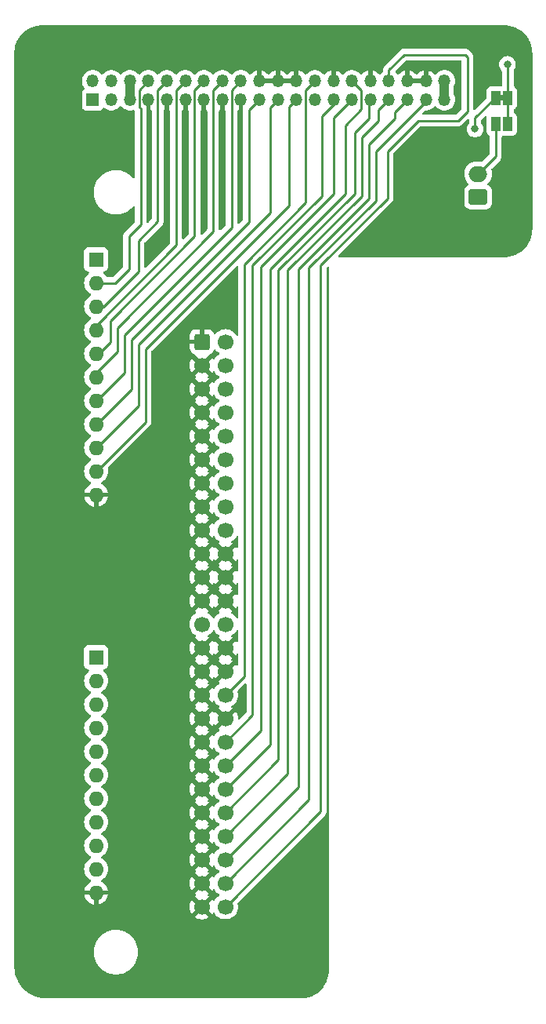
<source format=gbr>
%TF.GenerationSoftware,KiCad,Pcbnew,8.0.8*%
%TF.CreationDate,2025-02-28T07:36:19+01:00*%
%TF.ProjectId,x68030_scsi,78363830-3330-45f7-9363-73692e6b6963,rev?*%
%TF.SameCoordinates,Original*%
%TF.FileFunction,Copper,L2,Bot*%
%TF.FilePolarity,Positive*%
%FSLAX46Y46*%
G04 Gerber Fmt 4.6, Leading zero omitted, Abs format (unit mm)*
G04 Created by KiCad (PCBNEW 8.0.8) date 2025-02-28 07:36:19*
%MOMM*%
%LPD*%
G01*
G04 APERTURE LIST*
G04 Aperture macros list*
%AMRoundRect*
0 Rectangle with rounded corners*
0 $1 Rounding radius*
0 $2 $3 $4 $5 $6 $7 $8 $9 X,Y pos of 4 corners*
0 Add a 4 corners polygon primitive as box body*
4,1,4,$2,$3,$4,$5,$6,$7,$8,$9,$2,$3,0*
0 Add four circle primitives for the rounded corners*
1,1,$1+$1,$2,$3*
1,1,$1+$1,$4,$5*
1,1,$1+$1,$6,$7*
1,1,$1+$1,$8,$9*
0 Add four rect primitives between the rounded corners*
20,1,$1+$1,$2,$3,$4,$5,0*
20,1,$1+$1,$4,$5,$6,$7,0*
20,1,$1+$1,$6,$7,$8,$9,0*
20,1,$1+$1,$8,$9,$2,$3,0*%
G04 Aperture macros list end*
%TA.AperFunction,EtchedComponent*%
%ADD10C,0.000000*%
%TD*%
%TA.AperFunction,ComponentPad*%
%ADD11R,1.350000X1.350000*%
%TD*%
%TA.AperFunction,ComponentPad*%
%ADD12O,1.350000X1.350000*%
%TD*%
%TA.AperFunction,ComponentPad*%
%ADD13R,1.600000X1.600000*%
%TD*%
%TA.AperFunction,ComponentPad*%
%ADD14O,1.600000X1.600000*%
%TD*%
%TA.AperFunction,ComponentPad*%
%ADD15RoundRect,0.250000X0.750000X-0.600000X0.750000X0.600000X-0.750000X0.600000X-0.750000X-0.600000X0*%
%TD*%
%TA.AperFunction,ComponentPad*%
%ADD16O,2.000000X1.700000*%
%TD*%
%TA.AperFunction,ComponentPad*%
%ADD17RoundRect,0.250000X-0.600000X-0.600000X0.600000X-0.600000X0.600000X0.600000X-0.600000X0.600000X0*%
%TD*%
%TA.AperFunction,ComponentPad*%
%ADD18C,1.700000*%
%TD*%
%TA.AperFunction,SMDPad,CuDef*%
%ADD19R,1.000000X1.500000*%
%TD*%
%TA.AperFunction,ViaPad*%
%ADD20C,0.800000*%
%TD*%
%TA.AperFunction,Conductor*%
%ADD21C,1.000000*%
%TD*%
%TA.AperFunction,Conductor*%
%ADD22C,0.250000*%
%TD*%
G04 APERTURE END LIST*
D10*
%TA.AperFunction,EtchedComponent*%
%TO.C,JP1*%
G36*
X82952400Y-78125600D02*
G01*
X82452400Y-78125600D01*
X82452400Y-77525600D01*
X82952400Y-77525600D01*
X82952400Y-78125600D01*
G37*
%TD.AperFunction*%
%TD*%
D11*
%TO.P,J2,1,Pin_1*%
%TO.N,/ID0*%
X38500000Y-78000000D03*
D12*
%TO.P,J2,2,Pin_2*%
%TO.N,/ID1*%
X38500000Y-76000000D03*
%TO.P,J2,3,Pin_3*%
%TO.N,/ID2*%
X40500000Y-78000000D03*
%TO.P,J2,4,Pin_4*%
%TO.N,/HDLED-*%
X40500000Y-76000000D03*
%TO.P,J2,5,Pin_5*%
%TO.N,/VCC1*%
X42500000Y-78000000D03*
%TO.P,J2,6,Pin_6*%
X42500000Y-76000000D03*
%TO.P,J2,7,Pin_7*%
%TO.N,GND*%
X44500000Y-78000000D03*
%TO.P,J2,8,Pin_8*%
%TO.N,/DB0*%
X44500000Y-76000000D03*
%TO.P,J2,9,Pin_9*%
%TO.N,GND*%
X46500000Y-78000000D03*
%TO.P,J2,10,Pin_10*%
%TO.N,/DB1*%
X46500000Y-76000000D03*
%TO.P,J2,11,Pin_11*%
%TO.N,GND*%
X48500000Y-78000000D03*
%TO.P,J2,12,Pin_12*%
%TO.N,/DB2*%
X48500000Y-76000000D03*
%TO.P,J2,13,Pin_13*%
%TO.N,GND*%
X50500000Y-78000000D03*
%TO.P,J2,14,Pin_14*%
%TO.N,/DB3*%
X50500000Y-76000000D03*
%TO.P,J2,15,Pin_15*%
%TO.N,GND*%
X52500000Y-78000000D03*
%TO.P,J2,16,Pin_16*%
%TO.N,/DB4*%
X52500000Y-76000000D03*
%TO.P,J2,17,Pin_17*%
%TO.N,GND*%
X54500000Y-78000000D03*
%TO.P,J2,18,Pin_18*%
%TO.N,/DB5*%
X54500000Y-76000000D03*
%TO.P,J2,19,Pin_19*%
%TO.N,/DB6*%
X56500000Y-78000000D03*
%TO.P,J2,20,Pin_20*%
%TO.N,GND*%
X56500000Y-76000000D03*
%TO.P,J2,21,Pin_21*%
%TO.N,/DB7*%
X58500000Y-78000000D03*
%TO.P,J2,22,Pin_22*%
%TO.N,GND*%
X58500000Y-76000000D03*
%TO.P,J2,23,Pin_23*%
%TO.N,/PARITY*%
X60500000Y-78000000D03*
%TO.P,J2,24,Pin_24*%
%TO.N,GND*%
X60500000Y-76000000D03*
%TO.P,J2,25,Pin_25*%
%TO.N,Net-(J2-Pin_25)*%
X62500000Y-78000000D03*
%TO.P,J2,26,Pin_26*%
%TO.N,/{slash}ATN*%
X62500000Y-76000000D03*
%TO.P,J2,27,Pin_27*%
%TO.N,/{slash}BSY*%
X64500000Y-78000000D03*
%TO.P,J2,28,Pin_28*%
%TO.N,GND*%
X64500000Y-76000000D03*
%TO.P,J2,29,Pin_29*%
%TO.N,/{slash}ACK*%
X66500000Y-78000000D03*
%TO.P,J2,30,Pin_30*%
%TO.N,/{slash}RST*%
X66500000Y-76000000D03*
%TO.P,J2,31,Pin_31*%
%TO.N,/{slash}MSG*%
X68500000Y-78000000D03*
%TO.P,J2,32,Pin_32*%
%TO.N,GND*%
X68500000Y-76000000D03*
%TO.P,J2,33,Pin_33*%
%TO.N,/{slash}SEL*%
X70500000Y-78000000D03*
%TO.P,J2,34,Pin_34*%
%TO.N,/{slash}I{slash}O*%
X70500000Y-76000000D03*
%TO.P,J2,35,Pin_35*%
%TO.N,/{slash}C{slash}D*%
X72500000Y-78000000D03*
%TO.P,J2,36,Pin_36*%
%TO.N,GND*%
X72500000Y-76000000D03*
%TO.P,J2,37,Pin_37*%
%TO.N,/{slash}REQ*%
X74500000Y-78000000D03*
%TO.P,J2,38,Pin_38*%
%TO.N,GND*%
X74500000Y-76000000D03*
%TO.P,J2,39,Pin_39*%
%TO.N,/VCC1*%
X76500000Y-78000000D03*
%TO.P,J2,40,Pin_40*%
X76500000Y-76000000D03*
%TD*%
D13*
%TO.P,RN2,1,COM1*%
%TO.N,/TMPWR*%
X38862000Y-138176000D03*
D14*
%TO.P,RN2,2,R1*%
%TO.N,/{slash}ATN*%
X38862000Y-140716000D03*
%TO.P,RN2,3,R2*%
%TO.N,/{slash}BSY*%
X38862000Y-143256000D03*
%TO.P,RN2,4,R3*%
%TO.N,/{slash}ACK*%
X38862000Y-145796000D03*
%TO.P,RN2,5,R4*%
%TO.N,/{slash}RST*%
X38862000Y-148336000D03*
%TO.P,RN2,6,R5*%
%TO.N,/{slash}MSG*%
X38862000Y-150876000D03*
%TO.P,RN2,7,R6*%
%TO.N,/{slash}SEL*%
X38862000Y-153416000D03*
%TO.P,RN2,8,R7*%
%TO.N,/{slash}C{slash}D*%
X38862000Y-155956000D03*
%TO.P,RN2,9,R8*%
%TO.N,/{slash}REQ*%
X38862000Y-158496000D03*
%TO.P,RN2,10,R9*%
%TO.N,/{slash}I{slash}O*%
X38862000Y-161036000D03*
%TO.P,RN2,11,COM2*%
%TO.N,GND*%
X38862000Y-163576000D03*
%TD*%
D15*
%TO.P,J3,1,Pin_1*%
%TO.N,Net-(J3-Pin_1)*%
X80145400Y-88524400D03*
D16*
%TO.P,J3,2,Pin_2*%
%TO.N,Net-(J3-Pin_2)*%
X80145400Y-86024400D03*
%TD*%
D13*
%TO.P,RN1,1,COM1*%
%TO.N,/TMPWR*%
X38862000Y-95250000D03*
D14*
%TO.P,RN1,2,R1*%
%TO.N,/DB0*%
X38862000Y-97790000D03*
%TO.P,RN1,3,R2*%
%TO.N,/DB1*%
X38862000Y-100330000D03*
%TO.P,RN1,4,R3*%
%TO.N,/DB2*%
X38862000Y-102870000D03*
%TO.P,RN1,5,R4*%
%TO.N,/DB3*%
X38862000Y-105410000D03*
%TO.P,RN1,6,R5*%
%TO.N,/DB4*%
X38862000Y-107950000D03*
%TO.P,RN1,7,R6*%
%TO.N,/DB5*%
X38862000Y-110490000D03*
%TO.P,RN1,8,R7*%
%TO.N,/DB6*%
X38862000Y-113030000D03*
%TO.P,RN1,9,R8*%
%TO.N,/DB7*%
X38862000Y-115570000D03*
%TO.P,RN1,10,R9*%
%TO.N,/PARITY*%
X38862000Y-118110000D03*
%TO.P,RN1,11,COM2*%
%TO.N,GND*%
X38862000Y-120650000D03*
%TD*%
D17*
%TO.P,J1,1,Pin_1*%
%TO.N,GND*%
X50292000Y-104140000D03*
D18*
%TO.P,J1,2,Pin_2*%
%TO.N,/DB0*%
X52832000Y-104140000D03*
%TO.P,J1,3,Pin_3*%
%TO.N,GND*%
X50292000Y-106680000D03*
%TO.P,J1,4,Pin_4*%
%TO.N,/DB1*%
X52832000Y-106680000D03*
%TO.P,J1,5,Pin_5*%
%TO.N,GND*%
X50292000Y-109220000D03*
%TO.P,J1,6,Pin_6*%
%TO.N,/DB2*%
X52832000Y-109220000D03*
%TO.P,J1,7,Pin_7*%
%TO.N,GND*%
X50292000Y-111760000D03*
%TO.P,J1,8,Pin_8*%
%TO.N,/DB3*%
X52832000Y-111760000D03*
%TO.P,J1,9,Pin_9*%
%TO.N,GND*%
X50292000Y-114300000D03*
%TO.P,J1,10,Pin_10*%
%TO.N,/DB4*%
X52832000Y-114300000D03*
%TO.P,J1,11,Pin_11*%
%TO.N,GND*%
X50292000Y-116840000D03*
%TO.P,J1,12,Pin_12*%
%TO.N,/DB5*%
X52832000Y-116840000D03*
%TO.P,J1,13,Pin_13*%
%TO.N,GND*%
X50292000Y-119380000D03*
%TO.P,J1,14,Pin_14*%
%TO.N,/DB6*%
X52832000Y-119380000D03*
%TO.P,J1,15,Pin_15*%
%TO.N,GND*%
X50292000Y-121920000D03*
%TO.P,J1,16,Pin_16*%
%TO.N,/DB7*%
X52832000Y-121920000D03*
%TO.P,J1,17,Pin_17*%
%TO.N,GND*%
X50292000Y-124460000D03*
%TO.P,J1,18,Pin_18*%
%TO.N,/PARITY*%
X52832000Y-124460000D03*
%TO.P,J1,19,Pin_19*%
%TO.N,GND*%
X50292000Y-127000000D03*
%TO.P,J1,20,Pin_20*%
X52832000Y-127000000D03*
%TO.P,J1,21,Pin_21*%
X50292000Y-129540000D03*
%TO.P,J1,22,Pin_22*%
X52832000Y-129540000D03*
%TO.P,J1,23,Pin_23*%
X50292000Y-132080000D03*
%TO.P,J1,24,Pin_24*%
X52832000Y-132080000D03*
%TO.P,J1,25,Pin_25*%
%TO.N,unconnected-(J1-Pin_25-Pad25)*%
X50292000Y-134620000D03*
%TO.P,J1,26,Pin_26*%
%TO.N,/TMPWR*%
X52832000Y-134620000D03*
%TO.P,J1,27,Pin_27*%
%TO.N,GND*%
X50292000Y-137160000D03*
%TO.P,J1,28,Pin_28*%
X52832000Y-137160000D03*
%TO.P,J1,29,Pin_29*%
X50292000Y-139700000D03*
%TO.P,J1,30,Pin_30*%
X52832000Y-139700000D03*
%TO.P,J1,31,Pin_31*%
X50292000Y-142240000D03*
%TO.P,J1,32,Pin_32*%
%TO.N,/{slash}ATN*%
X52832000Y-142240000D03*
%TO.P,J1,33,Pin_33*%
%TO.N,GND*%
X50292000Y-144780000D03*
%TO.P,J1,34,Pin_34*%
X52832000Y-144780000D03*
%TO.P,J1,35,Pin_35*%
X50292000Y-147320000D03*
%TO.P,J1,36,Pin_36*%
%TO.N,/{slash}BSY*%
X52832000Y-147320000D03*
%TO.P,J1,37,Pin_37*%
%TO.N,GND*%
X50292000Y-149860000D03*
%TO.P,J1,38,Pin_38*%
%TO.N,/{slash}ACK*%
X52832000Y-149860000D03*
%TO.P,J1,39,Pin_39*%
%TO.N,GND*%
X50292000Y-152400000D03*
%TO.P,J1,40,Pin_40*%
%TO.N,/{slash}RST*%
X52832000Y-152400000D03*
%TO.P,J1,41,Pin_41*%
%TO.N,GND*%
X50292000Y-154940000D03*
%TO.P,J1,42,Pin_42*%
%TO.N,/{slash}MSG*%
X52832000Y-154940000D03*
%TO.P,J1,43,Pin_43*%
%TO.N,GND*%
X50292000Y-157480000D03*
%TO.P,J1,44,Pin_44*%
%TO.N,/{slash}SEL*%
X52832000Y-157480000D03*
%TO.P,J1,45,Pin_45*%
%TO.N,GND*%
X50292000Y-160020000D03*
%TO.P,J1,46,Pin_46*%
%TO.N,/{slash}C{slash}D*%
X52832000Y-160020000D03*
%TO.P,J1,47,Pin_47*%
%TO.N,GND*%
X50292000Y-162560000D03*
%TO.P,J1,48,Pin_48*%
%TO.N,/{slash}REQ*%
X52832000Y-162560000D03*
%TO.P,J1,49,Pin_49*%
%TO.N,GND*%
X50292000Y-165100000D03*
%TO.P,J1,50,Pin_50*%
%TO.N,/{slash}I{slash}O*%
X52832000Y-165100000D03*
%TD*%
D19*
%TO.P,JP1,1,A*%
%TO.N,Net-(JP1-A)*%
X82052400Y-77825600D03*
%TO.P,JP1,2,B*%
%TO.N,/HDLED-*%
X83352400Y-77825600D03*
%TD*%
%TO.P,JP2,1,A*%
%TO.N,Net-(J3-Pin_2)*%
X82052400Y-80670400D03*
%TO.P,JP2,2,B*%
%TO.N,/HDLED-*%
X83352400Y-80670400D03*
%TD*%
D20*
%TO.N,/HDLED-*%
X83312000Y-74218800D03*
%TO.N,Net-(JP1-A)*%
X79806800Y-81178400D03*
%TD*%
D21*
%TO.N,/VCC1*%
X76500000Y-76000000D02*
X76500000Y-78000000D01*
X42500000Y-76000000D02*
X42500000Y-78000000D01*
D22*
%TO.N,/{slash}MSG*%
X52832000Y-154940000D02*
X58547000Y-149225000D01*
X58547000Y-96393000D02*
X66802000Y-88138000D01*
X66802000Y-88138000D02*
X66802000Y-81534000D01*
X68326000Y-78174000D02*
X68500000Y-78000000D01*
X68326000Y-80010000D02*
X68326000Y-78174000D01*
X66802000Y-81534000D02*
X68326000Y-80010000D01*
X58547000Y-149225000D02*
X58547000Y-96393000D01*
%TO.N,/DB3*%
X38862000Y-105410000D02*
X39116000Y-105410000D01*
X39116000Y-105410000D02*
X40386000Y-104140000D01*
X49500000Y-92740000D02*
X49500000Y-77000000D01*
X49500000Y-77000000D02*
X50500000Y-76000000D01*
X40386000Y-104140000D02*
X40386000Y-101854000D01*
X40386000Y-101854000D02*
X49500000Y-92740000D01*
%TO.N,/DB7*%
X57658000Y-78842000D02*
X58500000Y-78000000D01*
X43434000Y-110998000D02*
X43434000Y-104394000D01*
X43434000Y-104394000D02*
X57658000Y-90170000D01*
X38862000Y-115570000D02*
X43434000Y-110998000D01*
X57658000Y-90170000D02*
X57658000Y-78842000D01*
%TO.N,/DB5*%
X41910000Y-103378000D02*
X53500000Y-91788000D01*
X53500000Y-91788000D02*
X53500000Y-77000000D01*
X41910000Y-107442000D02*
X41910000Y-103378000D01*
X53500000Y-77000000D02*
X54500000Y-76000000D01*
X38862000Y-110490000D02*
X41910000Y-107442000D01*
%TO.N,/DB0*%
X42418000Y-96266000D02*
X42418000Y-92710000D01*
X43500000Y-78806000D02*
X43500000Y-77000000D01*
X40894000Y-97790000D02*
X42418000Y-96266000D01*
X43500000Y-77000000D02*
X44500000Y-76000000D01*
X43688000Y-78994000D02*
X43500000Y-78806000D01*
X43688000Y-91440000D02*
X43688000Y-78994000D01*
X42418000Y-92710000D02*
X43688000Y-91440000D01*
X38862000Y-97790000D02*
X40894000Y-97790000D01*
%TO.N,/PARITY*%
X59690000Y-78810000D02*
X60500000Y-78000000D01*
X38862000Y-118110000D02*
X44196000Y-112776000D01*
X44196000Y-104902000D02*
X59690000Y-89408000D01*
X44196000Y-112776000D02*
X44196000Y-104902000D01*
X59690000Y-89408000D02*
X59690000Y-78810000D01*
%TO.N,/{slash}I{slash}O*%
X70358000Y-83566000D02*
X73660000Y-80264000D01*
X70500000Y-74788000D02*
X70500000Y-76000000D01*
X78994000Y-73406000D02*
X78740000Y-73152000D01*
X73660000Y-80264000D02*
X77978000Y-80264000D01*
X77978000Y-80264000D02*
X78994000Y-79248000D01*
X78994000Y-79248000D02*
X78994000Y-73406000D01*
X70358000Y-88646000D02*
X70358000Y-83566000D01*
X52832000Y-165100000D02*
X63119000Y-154813000D01*
X63119000Y-95885000D02*
X70358000Y-88646000D01*
X78740000Y-73152000D02*
X72136000Y-73152000D01*
X72136000Y-73152000D02*
X70500000Y-74788000D01*
X63119000Y-154813000D02*
X63119000Y-95885000D01*
%TO.N,/{slash}REQ*%
X74500000Y-78154000D02*
X74500000Y-78000000D01*
X52832000Y-162560000D02*
X61849000Y-153543000D01*
X61849000Y-96139000D02*
X69088000Y-88900000D01*
X69088000Y-83566000D02*
X74500000Y-78154000D01*
X61849000Y-153543000D02*
X61849000Y-96139000D01*
X69088000Y-88900000D02*
X69088000Y-83566000D01*
%TO.N,/DB4*%
X41148000Y-105156000D02*
X41148000Y-102616000D01*
X51500000Y-77000000D02*
X52500000Y-76000000D01*
X38862000Y-107950000D02*
X38862000Y-107442000D01*
X41148000Y-102616000D02*
X51500000Y-92264000D01*
X38862000Y-107442000D02*
X41148000Y-105156000D01*
X51500000Y-92264000D02*
X51500000Y-77000000D01*
%TO.N,/{slash}RST*%
X67500000Y-77000000D02*
X66500000Y-76000000D01*
X57658000Y-96266000D02*
X65786000Y-88138000D01*
X52832000Y-152400000D02*
X57658000Y-147574000D01*
X67500000Y-79058000D02*
X67500000Y-77000000D01*
X65786000Y-88138000D02*
X65786000Y-80772000D01*
X65786000Y-80772000D02*
X67500000Y-79058000D01*
X57658000Y-147574000D02*
X57658000Y-96266000D01*
%TO.N,/{slash}BSY*%
X52832000Y-147320000D02*
X55753000Y-144399000D01*
X64500000Y-78502000D02*
X64500000Y-78000000D01*
X55753000Y-95885000D02*
X63246000Y-88392000D01*
X63246000Y-79756000D02*
X64500000Y-78502000D01*
X63246000Y-88392000D02*
X63246000Y-79756000D01*
X55753000Y-144399000D02*
X55753000Y-95885000D01*
%TO.N,/{slash}SEL*%
X52832000Y-157480000D02*
X59563000Y-150749000D01*
X69342000Y-79158000D02*
X70500000Y-78000000D01*
X59563000Y-150749000D02*
X59563000Y-96393000D01*
X67564000Y-88392000D02*
X67564000Y-82042000D01*
X59563000Y-96393000D02*
X67564000Y-88392000D01*
X67564000Y-82042000D02*
X69342000Y-80264000D01*
X69342000Y-80264000D02*
X69342000Y-79158000D01*
%TO.N,/{slash}ATN*%
X54864000Y-95758000D02*
X61500000Y-89122000D01*
X54864000Y-140208000D02*
X54864000Y-95758000D01*
X61500000Y-89122000D02*
X61500000Y-77000000D01*
X52832000Y-142240000D02*
X54864000Y-140208000D01*
X61500000Y-77000000D02*
X62500000Y-76000000D01*
%TO.N,/DB2*%
X38862000Y-102362000D02*
X47500000Y-93724000D01*
X47500000Y-77000000D02*
X48500000Y-76000000D01*
X38862000Y-102870000D02*
X38862000Y-102362000D01*
X47500000Y-93724000D02*
X47500000Y-77000000D01*
%TO.N,/{slash}C{slash}D*%
X71120000Y-79380000D02*
X72500000Y-78000000D01*
X60706000Y-152146000D02*
X60706000Y-96266000D01*
X71120000Y-80010000D02*
X71120000Y-79380000D01*
X60706000Y-96266000D02*
X68326000Y-88646000D01*
X68326000Y-88646000D02*
X68326000Y-82804000D01*
X52832000Y-160020000D02*
X60706000Y-152146000D01*
X68326000Y-82804000D02*
X71120000Y-80010000D01*
%TO.N,/DB1*%
X43434000Y-93218000D02*
X45500000Y-91152000D01*
X45500000Y-91152000D02*
X45500000Y-77000000D01*
X38862000Y-100330000D02*
X39624000Y-100330000D01*
X39624000Y-100330000D02*
X43434000Y-96520000D01*
X43434000Y-96520000D02*
X43434000Y-93218000D01*
X45500000Y-77000000D02*
X46500000Y-76000000D01*
%TO.N,/DB6*%
X55372000Y-91186000D02*
X55372000Y-79128000D01*
X38862000Y-113030000D02*
X42672000Y-109220000D01*
X42672000Y-109220000D02*
X42672000Y-103886000D01*
X42672000Y-103886000D02*
X55372000Y-91186000D01*
X55372000Y-79128000D02*
X56500000Y-78000000D01*
%TO.N,/{slash}ACK*%
X56642000Y-146050000D02*
X56642000Y-96012000D01*
X64516000Y-88138000D02*
X64516000Y-79984000D01*
X52832000Y-149860000D02*
X56642000Y-146050000D01*
X64516000Y-79984000D02*
X66500000Y-78000000D01*
X56642000Y-96012000D02*
X64516000Y-88138000D01*
%TO.N,/HDLED-*%
X83352400Y-77825600D02*
X83352400Y-80670400D01*
X83312000Y-74218800D02*
X83352400Y-74259200D01*
X83352400Y-74259200D02*
X83352400Y-77825600D01*
%TO.N,Net-(JP1-A)*%
X79806800Y-81178400D02*
X79806800Y-79959200D01*
X79806800Y-79959200D02*
X81940400Y-77825600D01*
X81940400Y-77825600D02*
X82052400Y-77825600D01*
%TO.N,Net-(J3-Pin_2)*%
X82052400Y-84117400D02*
X82052400Y-80670400D01*
X80145400Y-86024400D02*
X82052400Y-84117400D01*
%TD*%
%TA.AperFunction,Conductor*%
%TO.N,GND*%
G36*
X83000855Y-70000011D02*
G01*
X83162269Y-70002274D01*
X83174390Y-70003041D01*
X83478553Y-70037312D01*
X83495992Y-70039277D01*
X83509700Y-70041606D01*
X83824366Y-70113426D01*
X83837725Y-70117273D01*
X84142392Y-70223881D01*
X84155228Y-70229199D01*
X84446025Y-70369239D01*
X84458195Y-70375965D01*
X84731486Y-70547685D01*
X84742827Y-70555732D01*
X84995173Y-70756971D01*
X85005541Y-70766237D01*
X85233762Y-70994458D01*
X85243028Y-71004826D01*
X85444267Y-71257172D01*
X85452314Y-71268513D01*
X85624034Y-71541804D01*
X85630760Y-71553974D01*
X85770798Y-71844766D01*
X85776120Y-71857613D01*
X85882724Y-72162270D01*
X85886573Y-72175633D01*
X85958393Y-72490299D01*
X85960722Y-72504007D01*
X85996957Y-72825597D01*
X85997725Y-72837743D01*
X85999988Y-72999144D01*
X86000000Y-73000882D01*
X86000000Y-91999117D01*
X85999988Y-92000855D01*
X85997725Y-92162256D01*
X85996957Y-92174402D01*
X85960722Y-92495992D01*
X85958393Y-92509700D01*
X85886573Y-92824366D01*
X85882724Y-92837729D01*
X85776120Y-93142386D01*
X85770798Y-93155233D01*
X85630760Y-93446025D01*
X85624034Y-93458195D01*
X85452314Y-93731486D01*
X85444267Y-93742827D01*
X85243028Y-93995173D01*
X85233762Y-94005541D01*
X85005541Y-94233762D01*
X84995173Y-94243028D01*
X84742827Y-94444267D01*
X84731486Y-94452314D01*
X84458195Y-94624034D01*
X84446025Y-94630760D01*
X84155233Y-94770798D01*
X84142386Y-94776120D01*
X83837729Y-94882724D01*
X83824366Y-94886573D01*
X83509700Y-94958393D01*
X83495992Y-94960722D01*
X83174402Y-94996957D01*
X83162256Y-94997725D01*
X83000856Y-94999988D01*
X82999118Y-95000000D01*
X65499991Y-95000000D01*
X65382132Y-95002311D01*
X65169895Y-95035926D01*
X65100601Y-95026971D01*
X65047149Y-94981975D01*
X65026510Y-94915223D01*
X65045235Y-94847910D01*
X65062809Y-94825780D01*
X70756729Y-89131860D01*
X70756733Y-89131858D01*
X70843858Y-89044733D01*
X70878116Y-88993463D01*
X70912312Y-88942286D01*
X70959463Y-88828451D01*
X70966966Y-88790733D01*
X70972381Y-88763503D01*
X70972382Y-88763503D01*
X70972382Y-88763500D01*
X70983500Y-88707607D01*
X70983500Y-88584393D01*
X70983500Y-83876452D01*
X71003185Y-83809413D01*
X71019819Y-83788771D01*
X73882771Y-80925819D01*
X73944094Y-80892334D01*
X73970452Y-80889500D01*
X78039607Y-80889500D01*
X78100029Y-80877481D01*
X78160452Y-80865463D01*
X78196648Y-80850470D01*
X78274286Y-80818312D01*
X78325509Y-80784084D01*
X78376733Y-80749858D01*
X78463858Y-80662733D01*
X78463859Y-80662731D01*
X78470925Y-80655665D01*
X78470927Y-80655661D01*
X78969620Y-80156969D01*
X79030942Y-80123485D01*
X79100634Y-80128469D01*
X79156567Y-80170341D01*
X79180984Y-80235805D01*
X79181300Y-80244651D01*
X79181300Y-80479712D01*
X79161615Y-80546751D01*
X79149450Y-80562684D01*
X79074266Y-80646184D01*
X78979621Y-80810115D01*
X78979618Y-80810122D01*
X78921127Y-80990140D01*
X78921126Y-80990144D01*
X78901340Y-81178400D01*
X78921126Y-81366656D01*
X78921127Y-81366659D01*
X78979618Y-81546677D01*
X78979621Y-81546684D01*
X79074267Y-81710616D01*
X79200929Y-81851288D01*
X79354065Y-81962548D01*
X79354070Y-81962551D01*
X79526992Y-82039542D01*
X79526997Y-82039544D01*
X79712154Y-82078900D01*
X79712155Y-82078900D01*
X79901444Y-82078900D01*
X79901446Y-82078900D01*
X80086603Y-82039544D01*
X80259530Y-81962551D01*
X80412671Y-81851288D01*
X80539333Y-81710616D01*
X80633979Y-81546684D01*
X80692474Y-81366656D01*
X80712260Y-81178400D01*
X80692474Y-80990144D01*
X80633979Y-80810116D01*
X80539333Y-80646184D01*
X80488338Y-80589548D01*
X80464150Y-80562684D01*
X80433920Y-80499692D01*
X80432300Y-80479712D01*
X80432300Y-80269651D01*
X80451985Y-80202612D01*
X80468614Y-80181974D01*
X80840220Y-79810369D01*
X80901542Y-79776885D01*
X80971234Y-79781869D01*
X81027167Y-79823741D01*
X81051584Y-79889205D01*
X81051900Y-79898051D01*
X81051900Y-81468270D01*
X81051901Y-81468276D01*
X81058308Y-81527883D01*
X81108602Y-81662728D01*
X81108606Y-81662735D01*
X81194852Y-81777944D01*
X81194855Y-81777947D01*
X81310064Y-81864193D01*
X81310069Y-81864196D01*
X81346232Y-81877684D01*
X81402166Y-81919554D01*
X81426584Y-81985018D01*
X81426900Y-81993866D01*
X81426900Y-83806947D01*
X81407215Y-83873986D01*
X81390581Y-83894628D01*
X80627323Y-84657885D01*
X80566000Y-84691370D01*
X80520244Y-84692677D01*
X80401692Y-84673900D01*
X80401687Y-84673900D01*
X79889113Y-84673900D01*
X79840442Y-84681608D01*
X79679160Y-84707153D01*
X79476985Y-84772844D01*
X79287579Y-84869351D01*
X79115613Y-84994290D01*
X78965290Y-85144613D01*
X78840351Y-85316579D01*
X78743844Y-85505985D01*
X78678153Y-85708160D01*
X78648448Y-85895714D01*
X78644900Y-85918113D01*
X78644900Y-86130687D01*
X78678154Y-86340643D01*
X78721982Y-86475532D01*
X78743844Y-86542814D01*
X78840351Y-86732220D01*
X78965290Y-86904186D01*
X79104105Y-87043001D01*
X79137590Y-87104324D01*
X79132606Y-87174016D01*
X79090734Y-87229949D01*
X79081521Y-87236221D01*
X78926742Y-87331689D01*
X78802689Y-87455742D01*
X78710587Y-87605063D01*
X78710586Y-87605066D01*
X78655401Y-87771603D01*
X78655401Y-87771604D01*
X78655400Y-87771604D01*
X78644900Y-87874383D01*
X78644900Y-89174401D01*
X78644901Y-89174418D01*
X78655400Y-89277196D01*
X78655401Y-89277199D01*
X78678330Y-89346393D01*
X78710586Y-89443734D01*
X78802688Y-89593056D01*
X78926744Y-89717112D01*
X79076066Y-89809214D01*
X79242603Y-89864399D01*
X79345391Y-89874900D01*
X80945408Y-89874899D01*
X81048197Y-89864399D01*
X81214734Y-89809214D01*
X81364056Y-89717112D01*
X81488112Y-89593056D01*
X81580214Y-89443734D01*
X81635399Y-89277197D01*
X81645900Y-89174409D01*
X81645899Y-87874392D01*
X81635399Y-87771603D01*
X81580214Y-87605066D01*
X81488112Y-87455744D01*
X81364056Y-87331688D01*
X81214734Y-87239586D01*
X81214733Y-87239585D01*
X81209278Y-87236221D01*
X81162554Y-87184273D01*
X81151331Y-87115310D01*
X81179175Y-87051228D01*
X81186672Y-87043023D01*
X81325504Y-86904192D01*
X81450451Y-86732216D01*
X81546957Y-86542812D01*
X81612646Y-86340643D01*
X81645900Y-86130687D01*
X81645900Y-85918113D01*
X81612646Y-85708157D01*
X81570791Y-85579344D01*
X81568797Y-85509504D01*
X81601040Y-85453348D01*
X82451129Y-84603260D01*
X82451133Y-84603258D01*
X82538258Y-84516133D01*
X82606711Y-84413686D01*
X82653863Y-84299852D01*
X82677900Y-84179006D01*
X82677900Y-82044899D01*
X82697585Y-81977860D01*
X82750389Y-81932105D01*
X82801900Y-81920899D01*
X82804518Y-81920899D01*
X82804527Y-81920900D01*
X83900272Y-81920899D01*
X83959883Y-81914491D01*
X84094731Y-81864196D01*
X84209946Y-81777946D01*
X84296196Y-81662731D01*
X84346491Y-81527883D01*
X84352900Y-81468273D01*
X84352899Y-79872528D01*
X84346491Y-79812917D01*
X84346234Y-79812229D01*
X84296197Y-79678071D01*
X84296193Y-79678064D01*
X84209947Y-79562855D01*
X84209944Y-79562852D01*
X84094734Y-79476605D01*
X84058564Y-79463114D01*
X84002631Y-79421241D01*
X83978216Y-79355776D01*
X83977900Y-79346933D01*
X83977900Y-79149066D01*
X83997585Y-79082027D01*
X84050389Y-79036272D01*
X84058556Y-79032888D01*
X84094731Y-79019396D01*
X84209946Y-78933146D01*
X84296196Y-78817931D01*
X84346491Y-78683083D01*
X84352900Y-78623473D01*
X84352899Y-77027728D01*
X84346491Y-76968117D01*
X84346348Y-76967734D01*
X84296197Y-76833271D01*
X84296193Y-76833264D01*
X84209947Y-76718055D01*
X84209944Y-76718052D01*
X84094734Y-76631805D01*
X84058564Y-76618314D01*
X84002631Y-76576441D01*
X83978216Y-76510976D01*
X83977900Y-76502133D01*
X83977900Y-74872618D01*
X83997585Y-74805579D01*
X84009743Y-74789652D01*
X84044533Y-74751016D01*
X84139179Y-74587084D01*
X84197674Y-74407056D01*
X84217460Y-74218800D01*
X84197674Y-74030544D01*
X84139179Y-73850516D01*
X84044533Y-73686584D01*
X83917871Y-73545912D01*
X83917870Y-73545911D01*
X83764734Y-73434651D01*
X83764729Y-73434648D01*
X83591807Y-73357657D01*
X83591802Y-73357655D01*
X83446001Y-73326665D01*
X83406646Y-73318300D01*
X83217354Y-73318300D01*
X83184897Y-73325198D01*
X83032197Y-73357655D01*
X83032192Y-73357657D01*
X82859270Y-73434648D01*
X82859265Y-73434651D01*
X82706129Y-73545911D01*
X82579466Y-73686585D01*
X82484821Y-73850515D01*
X82484818Y-73850522D01*
X82426327Y-74030540D01*
X82426326Y-74030544D01*
X82406540Y-74218800D01*
X82426326Y-74407056D01*
X82426327Y-74407059D01*
X82484818Y-74587077D01*
X82484821Y-74587084D01*
X82579467Y-74751016D01*
X82695050Y-74879384D01*
X82725280Y-74942374D01*
X82726900Y-74962355D01*
X82726900Y-76451100D01*
X82707215Y-76518139D01*
X82654411Y-76563894D01*
X82602900Y-76575100D01*
X81504529Y-76575100D01*
X81504523Y-76575101D01*
X81444916Y-76581508D01*
X81310071Y-76631802D01*
X81310064Y-76631806D01*
X81194855Y-76718052D01*
X81194852Y-76718055D01*
X81108606Y-76833264D01*
X81108602Y-76833271D01*
X81058308Y-76968117D01*
X81054881Y-77000000D01*
X81051901Y-77027723D01*
X81051900Y-77027735D01*
X81051900Y-77778147D01*
X81032215Y-77845186D01*
X81015581Y-77865828D01*
X79831181Y-79050228D01*
X79769858Y-79083713D01*
X79700166Y-79078729D01*
X79644233Y-79036857D01*
X79619816Y-78971393D01*
X79619500Y-78962547D01*
X79619500Y-73344396D01*
X79619500Y-73344394D01*
X79617523Y-73334457D01*
X79617523Y-73334452D01*
X79617522Y-73334453D01*
X79617522Y-73334452D01*
X79595463Y-73223549D01*
X79591344Y-73213606D01*
X79548311Y-73109714D01*
X79548309Y-73109712D01*
X79548309Y-73109710D01*
X79479858Y-73007267D01*
X79479855Y-73007263D01*
X79389637Y-72917045D01*
X79389606Y-72917016D01*
X79230198Y-72757608D01*
X79230178Y-72757586D01*
X79138733Y-72666141D01*
X79087509Y-72631915D01*
X79036287Y-72597689D01*
X79036286Y-72597688D01*
X79036283Y-72597686D01*
X79036280Y-72597685D01*
X78955792Y-72564347D01*
X78922453Y-72550537D01*
X78912427Y-72548543D01*
X78862029Y-72538518D01*
X78801610Y-72526500D01*
X78801607Y-72526500D01*
X78801606Y-72526500D01*
X72197606Y-72526500D01*
X72074393Y-72526500D01*
X72074388Y-72526500D01*
X71953555Y-72550535D01*
X71953547Y-72550537D01*
X71839716Y-72597687D01*
X71737265Y-72666142D01*
X71737262Y-72666145D01*
X70101269Y-74302140D01*
X70014143Y-74389265D01*
X70014138Y-74389271D01*
X70006138Y-74401246D01*
X70006135Y-74401251D01*
X69945688Y-74491714D01*
X69922900Y-74546730D01*
X69898538Y-74605544D01*
X69898535Y-74605556D01*
X69874500Y-74726389D01*
X69874500Y-74935637D01*
X69854815Y-75002676D01*
X69815779Y-75041063D01*
X69788568Y-75057911D01*
X69788567Y-75057912D01*
X69627574Y-75204676D01*
X69598640Y-75242991D01*
X69542530Y-75284627D01*
X69472818Y-75289318D01*
X69411637Y-75255576D01*
X69400731Y-75242990D01*
X69372051Y-75205011D01*
X69372050Y-75205010D01*
X69211131Y-75058314D01*
X69025987Y-74943677D01*
X69025985Y-74943676D01*
X68822931Y-74865013D01*
X68822921Y-74865010D01*
X68750001Y-74851378D01*
X68750000Y-74851379D01*
X68750000Y-75684314D01*
X68745606Y-75679920D01*
X68654394Y-75627259D01*
X68552661Y-75600000D01*
X68447339Y-75600000D01*
X68345606Y-75627259D01*
X68254394Y-75679920D01*
X68250000Y-75684314D01*
X68250000Y-74851379D01*
X68249998Y-74851378D01*
X68177078Y-74865010D01*
X68177068Y-74865013D01*
X67974014Y-74943676D01*
X67974012Y-74943677D01*
X67788869Y-75058314D01*
X67788868Y-75058314D01*
X67627945Y-75205014D01*
X67599267Y-75242990D01*
X67543157Y-75284626D01*
X67473445Y-75289317D01*
X67412264Y-75255575D01*
X67401359Y-75242990D01*
X67392547Y-75231321D01*
X67372427Y-75204678D01*
X67211432Y-75057912D01*
X67211428Y-75057909D01*
X67211423Y-75057906D01*
X67026213Y-74943229D01*
X67026207Y-74943226D01*
X66941113Y-74910260D01*
X66823069Y-74864530D01*
X66608926Y-74824500D01*
X66391074Y-74824500D01*
X66176931Y-74864530D01*
X66128130Y-74883435D01*
X65973792Y-74943226D01*
X65973786Y-74943229D01*
X65788576Y-75057906D01*
X65788566Y-75057913D01*
X65627574Y-75204676D01*
X65598640Y-75242991D01*
X65542530Y-75284627D01*
X65472818Y-75289318D01*
X65411637Y-75255576D01*
X65400731Y-75242990D01*
X65372051Y-75205011D01*
X65372050Y-75205010D01*
X65211131Y-75058314D01*
X65025987Y-74943677D01*
X65025985Y-74943676D01*
X64822931Y-74865013D01*
X64822921Y-74865010D01*
X64750001Y-74851378D01*
X64750000Y-74851379D01*
X64750000Y-75684314D01*
X64745606Y-75679920D01*
X64654394Y-75627259D01*
X64552661Y-75600000D01*
X64447339Y-75600000D01*
X64345606Y-75627259D01*
X64254394Y-75679920D01*
X64250000Y-75684314D01*
X64250000Y-74851379D01*
X64249998Y-74851378D01*
X64177078Y-74865010D01*
X64177068Y-74865013D01*
X63974014Y-74943676D01*
X63974012Y-74943677D01*
X63788869Y-75058314D01*
X63788868Y-75058314D01*
X63627945Y-75205014D01*
X63599267Y-75242990D01*
X63543157Y-75284626D01*
X63473445Y-75289317D01*
X63412264Y-75255575D01*
X63401359Y-75242990D01*
X63392547Y-75231321D01*
X63372427Y-75204678D01*
X63211432Y-75057912D01*
X63211428Y-75057909D01*
X63211423Y-75057906D01*
X63026213Y-74943229D01*
X63026207Y-74943226D01*
X62941113Y-74910260D01*
X62823069Y-74864530D01*
X62608926Y-74824500D01*
X62391074Y-74824500D01*
X62176931Y-74864530D01*
X62128130Y-74883435D01*
X61973792Y-74943226D01*
X61973786Y-74943229D01*
X61788576Y-75057906D01*
X61788566Y-75057913D01*
X61627574Y-75204676D01*
X61598640Y-75242991D01*
X61542530Y-75284627D01*
X61472818Y-75289318D01*
X61411637Y-75255576D01*
X61400731Y-75242990D01*
X61372051Y-75205011D01*
X61372050Y-75205010D01*
X61211131Y-75058314D01*
X61025987Y-74943677D01*
X61025985Y-74943676D01*
X60822931Y-74865013D01*
X60822921Y-74865010D01*
X60750001Y-74851378D01*
X60750000Y-74851379D01*
X60750000Y-75684314D01*
X60745606Y-75679920D01*
X60654394Y-75627259D01*
X60552661Y-75600000D01*
X60447339Y-75600000D01*
X60345606Y-75627259D01*
X60254394Y-75679920D01*
X60250000Y-75684314D01*
X60250000Y-74851379D01*
X60249998Y-74851378D01*
X60177078Y-74865010D01*
X60177068Y-74865013D01*
X59974014Y-74943676D01*
X59974012Y-74943677D01*
X59788869Y-75058314D01*
X59788868Y-75058314D01*
X59627945Y-75205014D01*
X59598954Y-75243405D01*
X59542845Y-75285041D01*
X59473133Y-75289732D01*
X59411951Y-75255990D01*
X59401046Y-75243405D01*
X59372054Y-75205014D01*
X59211131Y-75058314D01*
X59025987Y-74943677D01*
X59025985Y-74943676D01*
X58822931Y-74865013D01*
X58822921Y-74865010D01*
X58750001Y-74851378D01*
X58750000Y-74851379D01*
X58750000Y-75684314D01*
X58745606Y-75679920D01*
X58654394Y-75627259D01*
X58552661Y-75600000D01*
X58447339Y-75600000D01*
X58345606Y-75627259D01*
X58254394Y-75679920D01*
X58250000Y-75684314D01*
X58250000Y-74851379D01*
X58249998Y-74851378D01*
X58177078Y-74865010D01*
X58177068Y-74865013D01*
X57974014Y-74943676D01*
X57974012Y-74943677D01*
X57788869Y-75058314D01*
X57788868Y-75058314D01*
X57627945Y-75205014D01*
X57598954Y-75243405D01*
X57542845Y-75285041D01*
X57473133Y-75289732D01*
X57411951Y-75255990D01*
X57401046Y-75243405D01*
X57372054Y-75205014D01*
X57211131Y-75058314D01*
X57025987Y-74943677D01*
X57025985Y-74943676D01*
X56822931Y-74865013D01*
X56822921Y-74865010D01*
X56750001Y-74851378D01*
X56750000Y-74851379D01*
X56750000Y-75684314D01*
X56745606Y-75679920D01*
X56654394Y-75627259D01*
X56552661Y-75600000D01*
X56447339Y-75600000D01*
X56345606Y-75627259D01*
X56254394Y-75679920D01*
X56250000Y-75684314D01*
X56250000Y-74851379D01*
X56249998Y-74851378D01*
X56177078Y-74865010D01*
X56177068Y-74865013D01*
X55974014Y-74943676D01*
X55974012Y-74943677D01*
X55788869Y-75058314D01*
X55788868Y-75058314D01*
X55627945Y-75205014D01*
X55599267Y-75242990D01*
X55543157Y-75284626D01*
X55473445Y-75289317D01*
X55412264Y-75255575D01*
X55401359Y-75242990D01*
X55392547Y-75231321D01*
X55372427Y-75204678D01*
X55211432Y-75057912D01*
X55211428Y-75057909D01*
X55211423Y-75057906D01*
X55026213Y-74943229D01*
X55026207Y-74943226D01*
X54941113Y-74910260D01*
X54823069Y-74864530D01*
X54608926Y-74824500D01*
X54391074Y-74824500D01*
X54176931Y-74864530D01*
X54128130Y-74883435D01*
X53973792Y-74943226D01*
X53973786Y-74943229D01*
X53788576Y-75057906D01*
X53788566Y-75057913D01*
X53627573Y-75204676D01*
X53598953Y-75242576D01*
X53542844Y-75284211D01*
X53473132Y-75288902D01*
X53411950Y-75255159D01*
X53401047Y-75242576D01*
X53372426Y-75204676D01*
X53211433Y-75057913D01*
X53211423Y-75057906D01*
X53026213Y-74943229D01*
X53026207Y-74943226D01*
X52941113Y-74910260D01*
X52823069Y-74864530D01*
X52608926Y-74824500D01*
X52391074Y-74824500D01*
X52176931Y-74864530D01*
X52128130Y-74883435D01*
X51973792Y-74943226D01*
X51973786Y-74943229D01*
X51788576Y-75057906D01*
X51788566Y-75057913D01*
X51627573Y-75204676D01*
X51598953Y-75242576D01*
X51542844Y-75284211D01*
X51473132Y-75288902D01*
X51411950Y-75255159D01*
X51401047Y-75242576D01*
X51372426Y-75204676D01*
X51211433Y-75057913D01*
X51211423Y-75057906D01*
X51026213Y-74943229D01*
X51026207Y-74943226D01*
X50941113Y-74910260D01*
X50823069Y-74864530D01*
X50608926Y-74824500D01*
X50391074Y-74824500D01*
X50176931Y-74864530D01*
X50128130Y-74883435D01*
X49973792Y-74943226D01*
X49973786Y-74943229D01*
X49788576Y-75057906D01*
X49788566Y-75057913D01*
X49627573Y-75204676D01*
X49598953Y-75242576D01*
X49542844Y-75284211D01*
X49473132Y-75288902D01*
X49411950Y-75255159D01*
X49401047Y-75242576D01*
X49372426Y-75204676D01*
X49211433Y-75057913D01*
X49211423Y-75057906D01*
X49026213Y-74943229D01*
X49026207Y-74943226D01*
X48941113Y-74910260D01*
X48823069Y-74864530D01*
X48608926Y-74824500D01*
X48391074Y-74824500D01*
X48176931Y-74864530D01*
X48128130Y-74883435D01*
X47973792Y-74943226D01*
X47973786Y-74943229D01*
X47788576Y-75057906D01*
X47788566Y-75057913D01*
X47627573Y-75204676D01*
X47598953Y-75242576D01*
X47542844Y-75284211D01*
X47473132Y-75288902D01*
X47411950Y-75255159D01*
X47401047Y-75242576D01*
X47372426Y-75204676D01*
X47211433Y-75057913D01*
X47211423Y-75057906D01*
X47026213Y-74943229D01*
X47026207Y-74943226D01*
X46941113Y-74910260D01*
X46823069Y-74864530D01*
X46608926Y-74824500D01*
X46391074Y-74824500D01*
X46176931Y-74864530D01*
X46128130Y-74883435D01*
X45973792Y-74943226D01*
X45973786Y-74943229D01*
X45788576Y-75057906D01*
X45788566Y-75057913D01*
X45627573Y-75204676D01*
X45598953Y-75242576D01*
X45542844Y-75284211D01*
X45473132Y-75288902D01*
X45411950Y-75255159D01*
X45401047Y-75242576D01*
X45372426Y-75204676D01*
X45211433Y-75057913D01*
X45211423Y-75057906D01*
X45026213Y-74943229D01*
X45026207Y-74943226D01*
X44941113Y-74910260D01*
X44823069Y-74864530D01*
X44608926Y-74824500D01*
X44391074Y-74824500D01*
X44176931Y-74864530D01*
X44128130Y-74883435D01*
X43973792Y-74943226D01*
X43973786Y-74943229D01*
X43788576Y-75057906D01*
X43788566Y-75057913D01*
X43627573Y-75204676D01*
X43598953Y-75242576D01*
X43542844Y-75284211D01*
X43473132Y-75288902D01*
X43411950Y-75255159D01*
X43401047Y-75242576D01*
X43372426Y-75204676D01*
X43211433Y-75057913D01*
X43211423Y-75057906D01*
X43026213Y-74943229D01*
X43026207Y-74943226D01*
X42941113Y-74910260D01*
X42823069Y-74864530D01*
X42608926Y-74824500D01*
X42391074Y-74824500D01*
X42176931Y-74864530D01*
X42128130Y-74883435D01*
X41973792Y-74943226D01*
X41973786Y-74943229D01*
X41788576Y-75057906D01*
X41788566Y-75057913D01*
X41627573Y-75204676D01*
X41598953Y-75242576D01*
X41542844Y-75284211D01*
X41473132Y-75288902D01*
X41411950Y-75255159D01*
X41401047Y-75242576D01*
X41372426Y-75204676D01*
X41211433Y-75057913D01*
X41211423Y-75057906D01*
X41026213Y-74943229D01*
X41026207Y-74943226D01*
X40941113Y-74910260D01*
X40823069Y-74864530D01*
X40608926Y-74824500D01*
X40391074Y-74824500D01*
X40176931Y-74864530D01*
X40128130Y-74883435D01*
X39973792Y-74943226D01*
X39973786Y-74943229D01*
X39788576Y-75057906D01*
X39788566Y-75057913D01*
X39627573Y-75204676D01*
X39598953Y-75242576D01*
X39542844Y-75284211D01*
X39473132Y-75288902D01*
X39411950Y-75255159D01*
X39401047Y-75242576D01*
X39372426Y-75204676D01*
X39211433Y-75057913D01*
X39211423Y-75057906D01*
X39026213Y-74943229D01*
X39026207Y-74943226D01*
X38941113Y-74910260D01*
X38823069Y-74864530D01*
X38608926Y-74824500D01*
X38391074Y-74824500D01*
X38176931Y-74864530D01*
X38128130Y-74883435D01*
X37973792Y-74943226D01*
X37973786Y-74943229D01*
X37788576Y-75057906D01*
X37788566Y-75057913D01*
X37627574Y-75204676D01*
X37496288Y-75378527D01*
X37399184Y-75573537D01*
X37339564Y-75783081D01*
X37319464Y-75999999D01*
X37319464Y-76000000D01*
X37339564Y-76216918D01*
X37339564Y-76216920D01*
X37339565Y-76216923D01*
X37352616Y-76262793D01*
X37399184Y-76426462D01*
X37496288Y-76621472D01*
X37567199Y-76715374D01*
X37577747Y-76729341D01*
X37602439Y-76794702D01*
X37587874Y-76863037D01*
X37553105Y-76903334D01*
X37467452Y-76967455D01*
X37381206Y-77082664D01*
X37381202Y-77082671D01*
X37330908Y-77217517D01*
X37324501Y-77277116D01*
X37324500Y-77277135D01*
X37324500Y-78722870D01*
X37324501Y-78722876D01*
X37330908Y-78782483D01*
X37381202Y-78917328D01*
X37381206Y-78917335D01*
X37467452Y-79032544D01*
X37467455Y-79032547D01*
X37582664Y-79118793D01*
X37582671Y-79118797D01*
X37717517Y-79169091D01*
X37717516Y-79169091D01*
X37724444Y-79169835D01*
X37777127Y-79175500D01*
X39222872Y-79175499D01*
X39282483Y-79169091D01*
X39417331Y-79118796D01*
X39532546Y-79032546D01*
X39594785Y-78949404D01*
X39650718Y-78907535D01*
X39720410Y-78902551D01*
X39777588Y-78932078D01*
X39788568Y-78942088D01*
X39788570Y-78942089D01*
X39788571Y-78942090D01*
X39973786Y-79056770D01*
X39973792Y-79056773D01*
X39984120Y-79060774D01*
X40176931Y-79135470D01*
X40391074Y-79175500D01*
X40391076Y-79175500D01*
X40608924Y-79175500D01*
X40608926Y-79175500D01*
X40823069Y-79135470D01*
X41026210Y-79056772D01*
X41211432Y-78942088D01*
X41372427Y-78795322D01*
X41401047Y-78757422D01*
X41457153Y-78715787D01*
X41526865Y-78711094D01*
X41588048Y-78744836D01*
X41598946Y-78757414D01*
X41627573Y-78795322D01*
X41627576Y-78795325D01*
X41627578Y-78795327D01*
X41742569Y-78900154D01*
X41788568Y-78942088D01*
X41788575Y-78942092D01*
X41788576Y-78942093D01*
X41973786Y-79056770D01*
X41973792Y-79056773D01*
X41984120Y-79060774D01*
X42176931Y-79135470D01*
X42391074Y-79175500D01*
X42391076Y-79175500D01*
X42608924Y-79175500D01*
X42608926Y-79175500D01*
X42823069Y-79135470D01*
X42845407Y-79126815D01*
X42915029Y-79120952D01*
X42976770Y-79153660D01*
X42993304Y-79173549D01*
X43013534Y-79203823D01*
X43014142Y-79204733D01*
X43026180Y-79216771D01*
X43059665Y-79278091D01*
X43062500Y-79304453D01*
X43062500Y-86381819D01*
X43042815Y-86448858D01*
X42990011Y-86494613D01*
X42920853Y-86504557D01*
X42857297Y-86475532D01*
X42841553Y-86459132D01*
X42792734Y-86397915D01*
X42602084Y-86207265D01*
X42506058Y-86130687D01*
X42391289Y-86039162D01*
X42233613Y-85940087D01*
X42162994Y-85895714D01*
X41920082Y-85778734D01*
X41665602Y-85689687D01*
X41665594Y-85689684D01*
X41468446Y-85644687D01*
X41402732Y-85629688D01*
X41402728Y-85629687D01*
X41402719Y-85629686D01*
X41134813Y-85599500D01*
X41134809Y-85599500D01*
X40865191Y-85599500D01*
X40865186Y-85599500D01*
X40597280Y-85629686D01*
X40597268Y-85629688D01*
X40334405Y-85689684D01*
X40334397Y-85689687D01*
X40079917Y-85778734D01*
X39837005Y-85895714D01*
X39608712Y-86039161D01*
X39397915Y-86207265D01*
X39207265Y-86397915D01*
X39039161Y-86608712D01*
X38895714Y-86837005D01*
X38778734Y-87079917D01*
X38689687Y-87334397D01*
X38689684Y-87334405D01*
X38629688Y-87597268D01*
X38629686Y-87597280D01*
X38599500Y-87865186D01*
X38599500Y-88134813D01*
X38629686Y-88402719D01*
X38629687Y-88402728D01*
X38629688Y-88402732D01*
X38632769Y-88416229D01*
X38689684Y-88665594D01*
X38689687Y-88665602D01*
X38778734Y-88920082D01*
X38895714Y-89162994D01*
X38895716Y-89162997D01*
X39039162Y-89391289D01*
X39080987Y-89443736D01*
X39202046Y-89595540D01*
X39207266Y-89602085D01*
X39397915Y-89792734D01*
X39608711Y-89960838D01*
X39837003Y-90104284D01*
X40079921Y-90221267D01*
X40271049Y-90288145D01*
X40334397Y-90310312D01*
X40334405Y-90310315D01*
X40334408Y-90310315D01*
X40334409Y-90310316D01*
X40597268Y-90370312D01*
X40865187Y-90400499D01*
X40865188Y-90400500D01*
X40865191Y-90400500D01*
X41134812Y-90400500D01*
X41134812Y-90400499D01*
X41402732Y-90370312D01*
X41665591Y-90310316D01*
X41920079Y-90221267D01*
X42162997Y-90104284D01*
X42391289Y-89960838D01*
X42602085Y-89792734D01*
X42792734Y-89602085D01*
X42841553Y-89540866D01*
X42898740Y-89500727D01*
X42968552Y-89497877D01*
X43028822Y-89533222D01*
X43060416Y-89595540D01*
X43062500Y-89618180D01*
X43062500Y-91129547D01*
X43042815Y-91196586D01*
X43026181Y-91217228D01*
X42289861Y-91953548D01*
X42019270Y-92224139D01*
X42019267Y-92224142D01*
X41975704Y-92267704D01*
X41932142Y-92311266D01*
X41912096Y-92341268D01*
X41863689Y-92413712D01*
X41863685Y-92413719D01*
X41850128Y-92446451D01*
X41816538Y-92527543D01*
X41816535Y-92527553D01*
X41810024Y-92560283D01*
X41810025Y-92560284D01*
X41798838Y-92616533D01*
X41798837Y-92616539D01*
X41792500Y-92648394D01*
X41792500Y-95955547D01*
X41772815Y-96022586D01*
X41756181Y-96043228D01*
X40671229Y-97128181D01*
X40609906Y-97161666D01*
X40583548Y-97164500D01*
X40076188Y-97164500D01*
X40009149Y-97144815D01*
X39974613Y-97111623D01*
X39862045Y-96950858D01*
X39701143Y-96789956D01*
X39676536Y-96772726D01*
X39632912Y-96718149D01*
X39625719Y-96648650D01*
X39657241Y-96586296D01*
X39717471Y-96550882D01*
X39734404Y-96547861D01*
X39769483Y-96544091D01*
X39904331Y-96493796D01*
X40019546Y-96407546D01*
X40105796Y-96292331D01*
X40156091Y-96157483D01*
X40162500Y-96097873D01*
X40162499Y-94402128D01*
X40156091Y-94342517D01*
X40105796Y-94207669D01*
X40105795Y-94207668D01*
X40105793Y-94207664D01*
X40019547Y-94092455D01*
X40019544Y-94092452D01*
X39904335Y-94006206D01*
X39904328Y-94006202D01*
X39769482Y-93955908D01*
X39769483Y-93955908D01*
X39709883Y-93949501D01*
X39709881Y-93949500D01*
X39709873Y-93949500D01*
X39709864Y-93949500D01*
X38014129Y-93949500D01*
X38014123Y-93949501D01*
X37954516Y-93955908D01*
X37819671Y-94006202D01*
X37819664Y-94006206D01*
X37704455Y-94092452D01*
X37704452Y-94092455D01*
X37618206Y-94207664D01*
X37618202Y-94207671D01*
X37567908Y-94342517D01*
X37561501Y-94402116D01*
X37561501Y-94402123D01*
X37561500Y-94402135D01*
X37561500Y-96097870D01*
X37561501Y-96097876D01*
X37567908Y-96157483D01*
X37618202Y-96292328D01*
X37618206Y-96292335D01*
X37704452Y-96407544D01*
X37704455Y-96407547D01*
X37819664Y-96493793D01*
X37819671Y-96493797D01*
X37864618Y-96510561D01*
X37954517Y-96544091D01*
X37989596Y-96547862D01*
X38054144Y-96574599D01*
X38093993Y-96631991D01*
X38096488Y-96701816D01*
X38060836Y-96761905D01*
X38047464Y-96772725D01*
X38022858Y-96789954D01*
X37861954Y-96950858D01*
X37731432Y-97137265D01*
X37731431Y-97137267D01*
X37635261Y-97343502D01*
X37635258Y-97343511D01*
X37576366Y-97563302D01*
X37576364Y-97563313D01*
X37556532Y-97789998D01*
X37556532Y-97790001D01*
X37576364Y-98016686D01*
X37576366Y-98016697D01*
X37635258Y-98236488D01*
X37635261Y-98236497D01*
X37731431Y-98442732D01*
X37731432Y-98442734D01*
X37861954Y-98629141D01*
X38022858Y-98790045D01*
X38022861Y-98790047D01*
X38209266Y-98920568D01*
X38267275Y-98947618D01*
X38319714Y-98993791D01*
X38338866Y-99060984D01*
X38318650Y-99127865D01*
X38267275Y-99172382D01*
X38209267Y-99199431D01*
X38209265Y-99199432D01*
X38022858Y-99329954D01*
X37861954Y-99490858D01*
X37731432Y-99677265D01*
X37731431Y-99677267D01*
X37635261Y-99883502D01*
X37635258Y-99883511D01*
X37576366Y-100103302D01*
X37576364Y-100103313D01*
X37556532Y-100329998D01*
X37556532Y-100330001D01*
X37576364Y-100556686D01*
X37576366Y-100556697D01*
X37635258Y-100776488D01*
X37635261Y-100776497D01*
X37731431Y-100982732D01*
X37731432Y-100982734D01*
X37861954Y-101169141D01*
X38022858Y-101330045D01*
X38022861Y-101330047D01*
X38209266Y-101460568D01*
X38267275Y-101487618D01*
X38319714Y-101533791D01*
X38338866Y-101600984D01*
X38318650Y-101667865D01*
X38267275Y-101712382D01*
X38209267Y-101739431D01*
X38209265Y-101739432D01*
X38022858Y-101869954D01*
X37861954Y-102030858D01*
X37731432Y-102217265D01*
X37731431Y-102217267D01*
X37635261Y-102423502D01*
X37635258Y-102423511D01*
X37576366Y-102643302D01*
X37576364Y-102643313D01*
X37556532Y-102869998D01*
X37556532Y-102870001D01*
X37576364Y-103096686D01*
X37576366Y-103096697D01*
X37635258Y-103316488D01*
X37635261Y-103316497D01*
X37731431Y-103522732D01*
X37731432Y-103522734D01*
X37861954Y-103709141D01*
X38022858Y-103870045D01*
X38022861Y-103870047D01*
X38209266Y-104000568D01*
X38267275Y-104027618D01*
X38319714Y-104073791D01*
X38338866Y-104140984D01*
X38318650Y-104207865D01*
X38267275Y-104252382D01*
X38209267Y-104279431D01*
X38209265Y-104279432D01*
X38022858Y-104409954D01*
X37861954Y-104570858D01*
X37731432Y-104757265D01*
X37731431Y-104757267D01*
X37635261Y-104963502D01*
X37635258Y-104963511D01*
X37576366Y-105183302D01*
X37576364Y-105183313D01*
X37556532Y-105409998D01*
X37556532Y-105410001D01*
X37576364Y-105636686D01*
X37576366Y-105636697D01*
X37635258Y-105856488D01*
X37635261Y-105856497D01*
X37731431Y-106062732D01*
X37731432Y-106062734D01*
X37861954Y-106249141D01*
X38022858Y-106410045D01*
X38022861Y-106410047D01*
X38209266Y-106540568D01*
X38267275Y-106567618D01*
X38319714Y-106613791D01*
X38338866Y-106680984D01*
X38318650Y-106747865D01*
X38267275Y-106792382D01*
X38209267Y-106819431D01*
X38209265Y-106819432D01*
X38022858Y-106949954D01*
X37861954Y-107110858D01*
X37731432Y-107297265D01*
X37731431Y-107297267D01*
X37635261Y-107503502D01*
X37635258Y-107503511D01*
X37576366Y-107723302D01*
X37576364Y-107723313D01*
X37556532Y-107949998D01*
X37556532Y-107950001D01*
X37576364Y-108176686D01*
X37576366Y-108176697D01*
X37635258Y-108396488D01*
X37635261Y-108396497D01*
X37731431Y-108602732D01*
X37731432Y-108602734D01*
X37861954Y-108789141D01*
X38022858Y-108950045D01*
X38022861Y-108950047D01*
X38209266Y-109080568D01*
X38267275Y-109107618D01*
X38319714Y-109153791D01*
X38338866Y-109220984D01*
X38318650Y-109287865D01*
X38267275Y-109332382D01*
X38209267Y-109359431D01*
X38209265Y-109359432D01*
X38022858Y-109489954D01*
X37861954Y-109650858D01*
X37731432Y-109837265D01*
X37731431Y-109837267D01*
X37635261Y-110043502D01*
X37635258Y-110043511D01*
X37576366Y-110263302D01*
X37576364Y-110263313D01*
X37556532Y-110489998D01*
X37556532Y-110490001D01*
X37576364Y-110716686D01*
X37576366Y-110716697D01*
X37635258Y-110936488D01*
X37635261Y-110936497D01*
X37731431Y-111142732D01*
X37731432Y-111142734D01*
X37861954Y-111329141D01*
X38022858Y-111490045D01*
X38022861Y-111490047D01*
X38209266Y-111620568D01*
X38267275Y-111647618D01*
X38319714Y-111693791D01*
X38338866Y-111760984D01*
X38318650Y-111827865D01*
X38267275Y-111872382D01*
X38209267Y-111899431D01*
X38209265Y-111899432D01*
X38022858Y-112029954D01*
X37861954Y-112190858D01*
X37731432Y-112377265D01*
X37731431Y-112377267D01*
X37635261Y-112583502D01*
X37635258Y-112583511D01*
X37576366Y-112803302D01*
X37576364Y-112803313D01*
X37556532Y-113029998D01*
X37556532Y-113030001D01*
X37576364Y-113256686D01*
X37576366Y-113256697D01*
X37635258Y-113476488D01*
X37635261Y-113476497D01*
X37731431Y-113682732D01*
X37731432Y-113682734D01*
X37861954Y-113869141D01*
X38022858Y-114030045D01*
X38022861Y-114030047D01*
X38209266Y-114160568D01*
X38267275Y-114187618D01*
X38319714Y-114233791D01*
X38338866Y-114300984D01*
X38318650Y-114367865D01*
X38267275Y-114412382D01*
X38209267Y-114439431D01*
X38209265Y-114439432D01*
X38022858Y-114569954D01*
X37861954Y-114730858D01*
X37731432Y-114917265D01*
X37731431Y-114917267D01*
X37635261Y-115123502D01*
X37635258Y-115123511D01*
X37576366Y-115343302D01*
X37576364Y-115343313D01*
X37556532Y-115569998D01*
X37556532Y-115570001D01*
X37576364Y-115796686D01*
X37576366Y-115796697D01*
X37635258Y-116016488D01*
X37635261Y-116016497D01*
X37731431Y-116222732D01*
X37731432Y-116222734D01*
X37861954Y-116409141D01*
X38022858Y-116570045D01*
X38022861Y-116570047D01*
X38209266Y-116700568D01*
X38267275Y-116727618D01*
X38319714Y-116773791D01*
X38338866Y-116840984D01*
X38318650Y-116907865D01*
X38267275Y-116952382D01*
X38209267Y-116979431D01*
X38209265Y-116979432D01*
X38022858Y-117109954D01*
X37861954Y-117270858D01*
X37731432Y-117457265D01*
X37731431Y-117457267D01*
X37635261Y-117663502D01*
X37635258Y-117663511D01*
X37576366Y-117883302D01*
X37576364Y-117883313D01*
X37556532Y-118109998D01*
X37556532Y-118110001D01*
X37576364Y-118336686D01*
X37576366Y-118336697D01*
X37635258Y-118556488D01*
X37635261Y-118556497D01*
X37731431Y-118762732D01*
X37731432Y-118762734D01*
X37861954Y-118949141D01*
X38022858Y-119110045D01*
X38022861Y-119110047D01*
X38209266Y-119240568D01*
X38267865Y-119267893D01*
X38320305Y-119314065D01*
X38339457Y-119381258D01*
X38319242Y-119448139D01*
X38267867Y-119492657D01*
X38209515Y-119519867D01*
X38023179Y-119650342D01*
X37862342Y-119811179D01*
X37731865Y-119997517D01*
X37635734Y-120203673D01*
X37635730Y-120203682D01*
X37583127Y-120399999D01*
X37583128Y-120400000D01*
X38546314Y-120400000D01*
X38541920Y-120404394D01*
X38489259Y-120495606D01*
X38462000Y-120597339D01*
X38462000Y-120702661D01*
X38489259Y-120804394D01*
X38541920Y-120895606D01*
X38546314Y-120900000D01*
X37583128Y-120900000D01*
X37635730Y-121096317D01*
X37635734Y-121096326D01*
X37731865Y-121302482D01*
X37862342Y-121488820D01*
X38023179Y-121649657D01*
X38209517Y-121780134D01*
X38415673Y-121876265D01*
X38415682Y-121876269D01*
X38611999Y-121928872D01*
X38612000Y-121928871D01*
X38612000Y-120965686D01*
X38616394Y-120970080D01*
X38707606Y-121022741D01*
X38809339Y-121050000D01*
X38914661Y-121050000D01*
X39016394Y-121022741D01*
X39107606Y-120970080D01*
X39112000Y-120965686D01*
X39112000Y-121928872D01*
X39308317Y-121876269D01*
X39308326Y-121876265D01*
X39514482Y-121780134D01*
X39700820Y-121649657D01*
X39861657Y-121488820D01*
X39992134Y-121302482D01*
X40088265Y-121096326D01*
X40088269Y-121096317D01*
X40140872Y-120900000D01*
X39177686Y-120900000D01*
X39182080Y-120895606D01*
X39234741Y-120804394D01*
X39262000Y-120702661D01*
X39262000Y-120597339D01*
X39234741Y-120495606D01*
X39182080Y-120404394D01*
X39177686Y-120400000D01*
X40140872Y-120400000D01*
X40140872Y-120399999D01*
X40088269Y-120203682D01*
X40088265Y-120203673D01*
X39992134Y-119997517D01*
X39861657Y-119811179D01*
X39700820Y-119650342D01*
X39514482Y-119519865D01*
X39456133Y-119492657D01*
X39403694Y-119446484D01*
X39384542Y-119379291D01*
X39404758Y-119312410D01*
X39456129Y-119267895D01*
X39514734Y-119240568D01*
X39701139Y-119110047D01*
X39862047Y-118949139D01*
X39992568Y-118762734D01*
X40088739Y-118556496D01*
X40147635Y-118336692D01*
X40167468Y-118110000D01*
X40165499Y-118087499D01*
X40153901Y-117954926D01*
X40147635Y-117883308D01*
X40129318Y-117814947D01*
X40130981Y-117745101D01*
X40161410Y-117695178D01*
X44594729Y-113261860D01*
X44594733Y-113261858D01*
X44681858Y-113174733D01*
X44735092Y-113095063D01*
X44750312Y-113072286D01*
X44793345Y-112968393D01*
X44797463Y-112958452D01*
X44821500Y-112837606D01*
X44821500Y-105212452D01*
X44841185Y-105145413D01*
X44857819Y-105124771D01*
X54026819Y-95955771D01*
X54088142Y-95922286D01*
X54157834Y-95927270D01*
X54213767Y-95969142D01*
X54238184Y-96034606D01*
X54238500Y-96043452D01*
X54238500Y-103402037D01*
X54218815Y-103469076D01*
X54166011Y-103514831D01*
X54096853Y-103524775D01*
X54033297Y-103495750D01*
X54009197Y-103466564D01*
X54009140Y-103466605D01*
X54008629Y-103465876D01*
X54007116Y-103464043D01*
X54006038Y-103462178D01*
X54006035Y-103462171D01*
X53924765Y-103346105D01*
X53870494Y-103268597D01*
X53703402Y-103101506D01*
X53703395Y-103101501D01*
X53509834Y-102965967D01*
X53509830Y-102965965D01*
X53470626Y-102947684D01*
X53295663Y-102866097D01*
X53295659Y-102866096D01*
X53295655Y-102866094D01*
X53067413Y-102804938D01*
X53067403Y-102804936D01*
X52832001Y-102784341D01*
X52831999Y-102784341D01*
X52596596Y-102804936D01*
X52596586Y-102804938D01*
X52368344Y-102866094D01*
X52368335Y-102866098D01*
X52154171Y-102965964D01*
X52154169Y-102965965D01*
X51960597Y-103101505D01*
X51793505Y-103268597D01*
X51791977Y-103270419D01*
X51791101Y-103271001D01*
X51789676Y-103272427D01*
X51789389Y-103272140D01*
X51733804Y-103309119D01*
X51663943Y-103310224D01*
X51604575Y-103273384D01*
X51579285Y-103229712D01*
X51576359Y-103220882D01*
X51576356Y-103220875D01*
X51484315Y-103071654D01*
X51360345Y-102947684D01*
X51211124Y-102855643D01*
X51211119Y-102855641D01*
X51044697Y-102800494D01*
X51044690Y-102800493D01*
X50941986Y-102790000D01*
X50542000Y-102790000D01*
X50542000Y-103706988D01*
X50484993Y-103674075D01*
X50357826Y-103640000D01*
X50226174Y-103640000D01*
X50099007Y-103674075D01*
X50042000Y-103706988D01*
X50042000Y-102790000D01*
X49642028Y-102790000D01*
X49642012Y-102790001D01*
X49539302Y-102800494D01*
X49372880Y-102855641D01*
X49372875Y-102855643D01*
X49223654Y-102947684D01*
X49099684Y-103071654D01*
X49007643Y-103220875D01*
X49007641Y-103220880D01*
X48952494Y-103387302D01*
X48952493Y-103387309D01*
X48942000Y-103490013D01*
X48942000Y-103890000D01*
X49858988Y-103890000D01*
X49826075Y-103947007D01*
X49792000Y-104074174D01*
X49792000Y-104205826D01*
X49826075Y-104332993D01*
X49858988Y-104390000D01*
X48942001Y-104390000D01*
X48942001Y-104789986D01*
X48952494Y-104892697D01*
X49007641Y-105059119D01*
X49007643Y-105059124D01*
X49099684Y-105208345D01*
X49223654Y-105332315D01*
X49372875Y-105424356D01*
X49372880Y-105424358D01*
X49445077Y-105448282D01*
X49502522Y-105488055D01*
X49529345Y-105552571D01*
X49529464Y-105563911D01*
X50162591Y-106197037D01*
X50099007Y-106214075D01*
X49984993Y-106279901D01*
X49891901Y-106372993D01*
X49826075Y-106487007D01*
X49809037Y-106550590D01*
X49177073Y-105918626D01*
X49177073Y-105918627D01*
X49118400Y-106002421D01*
X49118399Y-106002423D01*
X49018570Y-106216507D01*
X49018566Y-106216516D01*
X48957432Y-106444673D01*
X48957430Y-106444684D01*
X48936843Y-106679998D01*
X48936843Y-106680001D01*
X48957430Y-106915315D01*
X48957432Y-106915326D01*
X49018566Y-107143483D01*
X49018570Y-107143492D01*
X49118398Y-107357576D01*
X49177073Y-107441372D01*
X49809037Y-106809408D01*
X49826075Y-106872993D01*
X49891901Y-106987007D01*
X49984993Y-107080099D01*
X50099007Y-107145925D01*
X50162591Y-107162962D01*
X49530626Y-107794926D01*
X49607031Y-107848426D01*
X49650656Y-107903003D01*
X49657848Y-107972501D01*
X49626326Y-108034856D01*
X49607030Y-108051575D01*
X49530627Y-108105072D01*
X49530626Y-108105073D01*
X50162591Y-108737037D01*
X50099007Y-108754075D01*
X49984993Y-108819901D01*
X49891901Y-108912993D01*
X49826075Y-109027007D01*
X49809037Y-109090590D01*
X49177073Y-108458626D01*
X49177073Y-108458627D01*
X49118400Y-108542421D01*
X49118399Y-108542423D01*
X49018570Y-108756507D01*
X49018566Y-108756516D01*
X48957432Y-108984673D01*
X48957430Y-108984684D01*
X48936843Y-109219998D01*
X48936843Y-109220001D01*
X48957430Y-109455315D01*
X48957432Y-109455326D01*
X49018566Y-109683483D01*
X49018570Y-109683492D01*
X49118398Y-109897576D01*
X49177073Y-109981372D01*
X49809037Y-109349408D01*
X49826075Y-109412993D01*
X49891901Y-109527007D01*
X49984993Y-109620099D01*
X50099007Y-109685925D01*
X50162591Y-109702962D01*
X49530626Y-110334926D01*
X49607031Y-110388426D01*
X49650656Y-110443003D01*
X49657848Y-110512501D01*
X49626326Y-110574856D01*
X49607030Y-110591575D01*
X49530627Y-110645072D01*
X49530626Y-110645073D01*
X50162591Y-111277037D01*
X50099007Y-111294075D01*
X49984993Y-111359901D01*
X49891901Y-111452993D01*
X49826075Y-111567007D01*
X49809037Y-111630590D01*
X49177073Y-110998626D01*
X49177073Y-110998627D01*
X49118400Y-111082421D01*
X49118399Y-111082423D01*
X49018570Y-111296507D01*
X49018566Y-111296516D01*
X48957432Y-111524673D01*
X48957430Y-111524684D01*
X48936843Y-111759998D01*
X48936843Y-111760001D01*
X48957430Y-111995315D01*
X48957432Y-111995326D01*
X49018566Y-112223483D01*
X49018570Y-112223492D01*
X49118398Y-112437576D01*
X49177073Y-112521372D01*
X49809037Y-111889408D01*
X49826075Y-111952993D01*
X49891901Y-112067007D01*
X49984993Y-112160099D01*
X50099007Y-112225925D01*
X50162591Y-112242962D01*
X49530626Y-112874926D01*
X49607031Y-112928426D01*
X49650656Y-112983003D01*
X49657848Y-113052501D01*
X49626326Y-113114856D01*
X49607030Y-113131575D01*
X49530627Y-113185072D01*
X49530626Y-113185073D01*
X50162591Y-113817037D01*
X50099007Y-113834075D01*
X49984993Y-113899901D01*
X49891901Y-113992993D01*
X49826075Y-114107007D01*
X49809037Y-114170590D01*
X49177073Y-113538626D01*
X49177073Y-113538627D01*
X49118400Y-113622421D01*
X49118399Y-113622423D01*
X49018570Y-113836507D01*
X49018566Y-113836516D01*
X48957432Y-114064673D01*
X48957430Y-114064684D01*
X48936843Y-114299998D01*
X48936843Y-114300001D01*
X48957430Y-114535315D01*
X48957432Y-114535326D01*
X49018566Y-114763483D01*
X49018570Y-114763492D01*
X49118398Y-114977576D01*
X49177073Y-115061372D01*
X49809037Y-114429408D01*
X49826075Y-114492993D01*
X49891901Y-114607007D01*
X49984993Y-114700099D01*
X50099007Y-114765925D01*
X50162591Y-114782962D01*
X49530626Y-115414926D01*
X49607031Y-115468426D01*
X49650656Y-115523003D01*
X49657848Y-115592501D01*
X49626326Y-115654856D01*
X49607030Y-115671575D01*
X49530627Y-115725072D01*
X49530626Y-115725073D01*
X50162591Y-116357037D01*
X50099007Y-116374075D01*
X49984993Y-116439901D01*
X49891901Y-116532993D01*
X49826075Y-116647007D01*
X49809037Y-116710590D01*
X49177073Y-116078626D01*
X49177073Y-116078627D01*
X49118400Y-116162421D01*
X49118399Y-116162423D01*
X49018570Y-116376507D01*
X49018566Y-116376516D01*
X48957432Y-116604673D01*
X48957430Y-116604684D01*
X48936843Y-116839998D01*
X48936843Y-116840001D01*
X48957430Y-117075315D01*
X48957432Y-117075326D01*
X49018566Y-117303483D01*
X49018570Y-117303492D01*
X49118398Y-117517576D01*
X49177073Y-117601372D01*
X49809037Y-116969408D01*
X49826075Y-117032993D01*
X49891901Y-117147007D01*
X49984993Y-117240099D01*
X50099007Y-117305925D01*
X50162591Y-117322962D01*
X49530626Y-117954926D01*
X49607031Y-118008426D01*
X49650656Y-118063003D01*
X49657848Y-118132501D01*
X49626326Y-118194856D01*
X49607030Y-118211575D01*
X49530627Y-118265072D01*
X49530626Y-118265073D01*
X50162591Y-118897037D01*
X50099007Y-118914075D01*
X49984993Y-118979901D01*
X49891901Y-119072993D01*
X49826075Y-119187007D01*
X49809037Y-119250590D01*
X49177073Y-118618626D01*
X49177073Y-118618627D01*
X49118400Y-118702421D01*
X49118399Y-118702423D01*
X49018570Y-118916507D01*
X49018566Y-118916516D01*
X48957432Y-119144673D01*
X48957430Y-119144684D01*
X48936843Y-119379998D01*
X48936843Y-119380001D01*
X48957430Y-119615315D01*
X48957432Y-119615326D01*
X49018566Y-119843483D01*
X49018570Y-119843492D01*
X49118398Y-120057576D01*
X49177073Y-120141372D01*
X49809037Y-119509408D01*
X49826075Y-119572993D01*
X49891901Y-119687007D01*
X49984993Y-119780099D01*
X50099007Y-119845925D01*
X50162591Y-119862962D01*
X49530626Y-120494926D01*
X49607031Y-120548426D01*
X49650656Y-120603003D01*
X49657848Y-120672501D01*
X49626326Y-120734856D01*
X49607030Y-120751575D01*
X49530627Y-120805072D01*
X49530626Y-120805073D01*
X50162591Y-121437037D01*
X50099007Y-121454075D01*
X49984993Y-121519901D01*
X49891901Y-121612993D01*
X49826075Y-121727007D01*
X49809037Y-121790590D01*
X49177073Y-121158626D01*
X49177073Y-121158627D01*
X49118400Y-121242421D01*
X49118399Y-121242423D01*
X49018570Y-121456507D01*
X49018566Y-121456516D01*
X48957432Y-121684673D01*
X48957430Y-121684684D01*
X48936843Y-121919998D01*
X48936843Y-121920001D01*
X48957430Y-122155315D01*
X48957432Y-122155326D01*
X49018566Y-122383483D01*
X49018570Y-122383492D01*
X49118398Y-122597576D01*
X49177073Y-122681372D01*
X49809037Y-122049408D01*
X49826075Y-122112993D01*
X49891901Y-122227007D01*
X49984993Y-122320099D01*
X50099007Y-122385925D01*
X50162591Y-122402962D01*
X49530626Y-123034926D01*
X49607031Y-123088426D01*
X49650656Y-123143003D01*
X49657848Y-123212501D01*
X49626326Y-123274856D01*
X49607030Y-123291575D01*
X49530627Y-123345072D01*
X49530626Y-123345073D01*
X50162591Y-123977037D01*
X50099007Y-123994075D01*
X49984993Y-124059901D01*
X49891901Y-124152993D01*
X49826075Y-124267007D01*
X49809037Y-124330590D01*
X49177073Y-123698626D01*
X49177073Y-123698627D01*
X49118400Y-123782421D01*
X49118399Y-123782423D01*
X49018570Y-123996507D01*
X49018566Y-123996516D01*
X48957432Y-124224673D01*
X48957430Y-124224684D01*
X48936843Y-124459998D01*
X48936843Y-124460001D01*
X48957430Y-124695315D01*
X48957432Y-124695326D01*
X49018566Y-124923483D01*
X49018570Y-124923492D01*
X49118398Y-125137576D01*
X49177073Y-125221372D01*
X49809037Y-124589408D01*
X49826075Y-124652993D01*
X49891901Y-124767007D01*
X49984993Y-124860099D01*
X50099007Y-124925925D01*
X50162591Y-124942962D01*
X49530626Y-125574926D01*
X49607031Y-125628426D01*
X49650656Y-125683003D01*
X49657848Y-125752501D01*
X49626326Y-125814856D01*
X49607030Y-125831575D01*
X49530627Y-125885072D01*
X49530626Y-125885073D01*
X50162591Y-126517037D01*
X50099007Y-126534075D01*
X49984993Y-126599901D01*
X49891901Y-126692993D01*
X49826075Y-126807007D01*
X49809037Y-126870590D01*
X49177073Y-126238626D01*
X49177073Y-126238627D01*
X49118400Y-126322421D01*
X49118399Y-126322423D01*
X49018570Y-126536507D01*
X49018566Y-126536516D01*
X48957432Y-126764673D01*
X48957430Y-126764684D01*
X48936843Y-126999998D01*
X48936843Y-127000001D01*
X48957430Y-127235315D01*
X48957432Y-127235326D01*
X49018566Y-127463483D01*
X49018570Y-127463492D01*
X49118398Y-127677576D01*
X49177073Y-127761372D01*
X49809037Y-127129408D01*
X49826075Y-127192993D01*
X49891901Y-127307007D01*
X49984993Y-127400099D01*
X50099007Y-127465925D01*
X50162591Y-127482962D01*
X49530626Y-128114926D01*
X49607031Y-128168426D01*
X49650656Y-128223003D01*
X49657848Y-128292501D01*
X49626326Y-128354856D01*
X49607030Y-128371575D01*
X49530627Y-128425072D01*
X49530626Y-128425073D01*
X50162591Y-129057037D01*
X50099007Y-129074075D01*
X49984993Y-129139901D01*
X49891901Y-129232993D01*
X49826075Y-129347007D01*
X49809037Y-129410590D01*
X49177073Y-128778626D01*
X49177073Y-128778627D01*
X49118400Y-128862421D01*
X49118399Y-128862423D01*
X49018570Y-129076507D01*
X49018566Y-129076516D01*
X48957432Y-129304673D01*
X48957430Y-129304684D01*
X48936843Y-129539998D01*
X48936843Y-129540001D01*
X48957430Y-129775315D01*
X48957432Y-129775326D01*
X49018566Y-130003483D01*
X49018570Y-130003492D01*
X49118398Y-130217576D01*
X49177073Y-130301372D01*
X49809037Y-129669408D01*
X49826075Y-129732993D01*
X49891901Y-129847007D01*
X49984993Y-129940099D01*
X50099007Y-130005925D01*
X50162591Y-130022962D01*
X49530626Y-130654926D01*
X49607031Y-130708426D01*
X49650656Y-130763003D01*
X49657848Y-130832501D01*
X49626326Y-130894856D01*
X49607030Y-130911575D01*
X49530627Y-130965072D01*
X49530626Y-130965073D01*
X50162591Y-131597037D01*
X50099007Y-131614075D01*
X49984993Y-131679901D01*
X49891901Y-131772993D01*
X49826075Y-131887007D01*
X49809037Y-131950590D01*
X49177073Y-131318626D01*
X49177073Y-131318627D01*
X49118400Y-131402421D01*
X49118399Y-131402423D01*
X49018570Y-131616507D01*
X49018566Y-131616516D01*
X48957432Y-131844673D01*
X48957430Y-131844684D01*
X48936843Y-132079998D01*
X48936843Y-132080001D01*
X48957430Y-132315315D01*
X48957432Y-132315326D01*
X49018566Y-132543483D01*
X49018570Y-132543492D01*
X49118398Y-132757576D01*
X49177073Y-132841372D01*
X49809037Y-132209408D01*
X49826075Y-132272993D01*
X49891901Y-132387007D01*
X49984993Y-132480099D01*
X50099007Y-132545925D01*
X50162591Y-132562962D01*
X49530627Y-133194925D01*
X49606595Y-133248119D01*
X49650219Y-133302696D01*
X49657412Y-133372195D01*
X49625890Y-133434549D01*
X49606595Y-133451269D01*
X49420594Y-133581508D01*
X49253505Y-133748597D01*
X49117965Y-133942169D01*
X49117964Y-133942171D01*
X49018098Y-134156335D01*
X49018094Y-134156344D01*
X48956938Y-134384586D01*
X48956936Y-134384596D01*
X48936341Y-134619999D01*
X48936341Y-134620000D01*
X48956936Y-134855403D01*
X48956938Y-134855413D01*
X49018094Y-135083655D01*
X49018096Y-135083659D01*
X49018097Y-135083663D01*
X49094613Y-135247751D01*
X49117965Y-135297830D01*
X49117967Y-135297834D01*
X49226281Y-135452521D01*
X49253505Y-135491401D01*
X49420599Y-135658495D01*
X49593288Y-135779413D01*
X49606595Y-135788731D01*
X49650219Y-135843308D01*
X49657412Y-135912807D01*
X49625890Y-135975161D01*
X49606594Y-135991881D01*
X49530627Y-136045073D01*
X49530626Y-136045073D01*
X50162591Y-136677037D01*
X50099007Y-136694075D01*
X49984993Y-136759901D01*
X49891901Y-136852993D01*
X49826075Y-136967007D01*
X49809037Y-137030590D01*
X49177073Y-136398626D01*
X49177073Y-136398627D01*
X49118400Y-136482421D01*
X49118399Y-136482423D01*
X49018570Y-136696507D01*
X49018566Y-136696516D01*
X48957432Y-136924673D01*
X48957430Y-136924684D01*
X48936843Y-137159998D01*
X48936843Y-137160001D01*
X48957430Y-137395315D01*
X48957432Y-137395326D01*
X49018566Y-137623483D01*
X49018570Y-137623492D01*
X49118398Y-137837576D01*
X49177073Y-137921372D01*
X49809037Y-137289408D01*
X49826075Y-137352993D01*
X49891901Y-137467007D01*
X49984993Y-137560099D01*
X50099007Y-137625925D01*
X50162591Y-137642962D01*
X49530626Y-138274926D01*
X49607031Y-138328426D01*
X49650656Y-138383003D01*
X49657848Y-138452501D01*
X49626326Y-138514856D01*
X49607030Y-138531575D01*
X49530627Y-138585072D01*
X49530626Y-138585073D01*
X50162591Y-139217037D01*
X50099007Y-139234075D01*
X49984993Y-139299901D01*
X49891901Y-139392993D01*
X49826075Y-139507007D01*
X49809037Y-139570590D01*
X49177073Y-138938626D01*
X49177073Y-138938627D01*
X49118400Y-139022421D01*
X49118399Y-139022423D01*
X49018570Y-139236507D01*
X49018566Y-139236516D01*
X48957432Y-139464673D01*
X48957430Y-139464684D01*
X48936843Y-139699998D01*
X48936843Y-139700001D01*
X48957430Y-139935315D01*
X48957432Y-139935326D01*
X49018566Y-140163483D01*
X49018570Y-140163492D01*
X49118398Y-140377576D01*
X49177073Y-140461372D01*
X49809037Y-139829408D01*
X49826075Y-139892993D01*
X49891901Y-140007007D01*
X49984993Y-140100099D01*
X50099007Y-140165925D01*
X50162591Y-140182962D01*
X49530626Y-140814926D01*
X49607031Y-140868426D01*
X49650656Y-140923003D01*
X49657848Y-140992501D01*
X49626326Y-141054856D01*
X49607030Y-141071575D01*
X49530627Y-141125072D01*
X49530626Y-141125073D01*
X50162591Y-141757037D01*
X50099007Y-141774075D01*
X49984993Y-141839901D01*
X49891901Y-141932993D01*
X49826075Y-142047007D01*
X49809037Y-142110590D01*
X49177073Y-141478626D01*
X49177073Y-141478627D01*
X49118400Y-141562421D01*
X49118399Y-141562423D01*
X49018570Y-141776507D01*
X49018566Y-141776516D01*
X48957432Y-142004673D01*
X48957430Y-142004684D01*
X48936843Y-142239998D01*
X48936843Y-142240001D01*
X48957430Y-142475315D01*
X48957432Y-142475326D01*
X49018566Y-142703483D01*
X49018570Y-142703492D01*
X49118398Y-142917576D01*
X49177073Y-143001372D01*
X49809037Y-142369408D01*
X49826075Y-142432993D01*
X49891901Y-142547007D01*
X49984993Y-142640099D01*
X50099007Y-142705925D01*
X50162591Y-142722962D01*
X49530626Y-143354926D01*
X49607031Y-143408426D01*
X49650656Y-143463003D01*
X49657848Y-143532501D01*
X49626326Y-143594856D01*
X49607030Y-143611575D01*
X49530627Y-143665072D01*
X49530626Y-143665073D01*
X50162591Y-144297037D01*
X50099007Y-144314075D01*
X49984993Y-144379901D01*
X49891901Y-144472993D01*
X49826075Y-144587007D01*
X49809037Y-144650590D01*
X49177073Y-144018626D01*
X49177073Y-144018627D01*
X49118400Y-144102421D01*
X49118399Y-144102423D01*
X49018570Y-144316507D01*
X49018566Y-144316516D01*
X48957432Y-144544673D01*
X48957430Y-144544684D01*
X48936843Y-144779998D01*
X48936843Y-144780001D01*
X48957430Y-145015315D01*
X48957432Y-145015326D01*
X49018566Y-145243483D01*
X49018570Y-145243492D01*
X49118398Y-145457576D01*
X49177073Y-145541372D01*
X49809037Y-144909408D01*
X49826075Y-144972993D01*
X49891901Y-145087007D01*
X49984993Y-145180099D01*
X50099007Y-145245925D01*
X50162591Y-145262962D01*
X49530626Y-145894926D01*
X49607031Y-145948426D01*
X49650656Y-146003003D01*
X49657848Y-146072501D01*
X49626326Y-146134856D01*
X49607030Y-146151575D01*
X49530627Y-146205072D01*
X49530626Y-146205073D01*
X50162591Y-146837037D01*
X50099007Y-146854075D01*
X49984993Y-146919901D01*
X49891901Y-147012993D01*
X49826075Y-147127007D01*
X49809037Y-147190590D01*
X49177073Y-146558626D01*
X49177073Y-146558627D01*
X49118400Y-146642421D01*
X49118399Y-146642423D01*
X49018570Y-146856507D01*
X49018566Y-146856516D01*
X48957432Y-147084673D01*
X48957430Y-147084684D01*
X48936843Y-147319998D01*
X48936843Y-147320001D01*
X48957430Y-147555315D01*
X48957432Y-147555326D01*
X49018566Y-147783483D01*
X49018570Y-147783492D01*
X49118398Y-147997576D01*
X49177073Y-148081372D01*
X49809037Y-147449408D01*
X49826075Y-147512993D01*
X49891901Y-147627007D01*
X49984993Y-147720099D01*
X50099007Y-147785925D01*
X50162591Y-147802962D01*
X49530626Y-148434926D01*
X49607031Y-148488426D01*
X49650656Y-148543003D01*
X49657848Y-148612501D01*
X49626326Y-148674856D01*
X49607030Y-148691575D01*
X49530627Y-148745072D01*
X49530626Y-148745073D01*
X50162591Y-149377037D01*
X50099007Y-149394075D01*
X49984993Y-149459901D01*
X49891901Y-149552993D01*
X49826075Y-149667007D01*
X49809037Y-149730590D01*
X49177073Y-149098626D01*
X49177073Y-149098627D01*
X49118400Y-149182421D01*
X49118399Y-149182423D01*
X49018570Y-149396507D01*
X49018566Y-149396516D01*
X48957432Y-149624673D01*
X48957430Y-149624684D01*
X48936843Y-149859998D01*
X48936843Y-149860001D01*
X48957430Y-150095315D01*
X48957432Y-150095326D01*
X49018566Y-150323483D01*
X49018570Y-150323492D01*
X49118398Y-150537576D01*
X49177073Y-150621372D01*
X49809037Y-149989408D01*
X49826075Y-150052993D01*
X49891901Y-150167007D01*
X49984993Y-150260099D01*
X50099007Y-150325925D01*
X50162591Y-150342962D01*
X49530626Y-150974926D01*
X49607031Y-151028426D01*
X49650656Y-151083003D01*
X49657848Y-151152501D01*
X49626326Y-151214856D01*
X49607030Y-151231575D01*
X49530627Y-151285072D01*
X49530626Y-151285073D01*
X50162591Y-151917037D01*
X50099007Y-151934075D01*
X49984993Y-151999901D01*
X49891901Y-152092993D01*
X49826075Y-152207007D01*
X49809037Y-152270590D01*
X49177073Y-151638626D01*
X49177073Y-151638627D01*
X49118400Y-151722421D01*
X49118399Y-151722423D01*
X49018570Y-151936507D01*
X49018566Y-151936516D01*
X48957432Y-152164673D01*
X48957430Y-152164684D01*
X48936843Y-152399998D01*
X48936843Y-152400001D01*
X48957430Y-152635315D01*
X48957432Y-152635326D01*
X49018566Y-152863483D01*
X49018570Y-152863492D01*
X49118398Y-153077576D01*
X49177073Y-153161372D01*
X49809037Y-152529408D01*
X49826075Y-152592993D01*
X49891901Y-152707007D01*
X49984993Y-152800099D01*
X50099007Y-152865925D01*
X50162591Y-152882962D01*
X49530626Y-153514926D01*
X49607031Y-153568426D01*
X49650656Y-153623003D01*
X49657848Y-153692501D01*
X49626326Y-153754856D01*
X49607030Y-153771575D01*
X49530627Y-153825072D01*
X49530626Y-153825073D01*
X50162591Y-154457037D01*
X50099007Y-154474075D01*
X49984993Y-154539901D01*
X49891901Y-154632993D01*
X49826075Y-154747007D01*
X49809037Y-154810590D01*
X49177073Y-154178626D01*
X49177073Y-154178627D01*
X49118400Y-154262421D01*
X49118399Y-154262423D01*
X49018570Y-154476507D01*
X49018566Y-154476516D01*
X48957432Y-154704673D01*
X48957430Y-154704684D01*
X48936843Y-154939998D01*
X48936843Y-154940001D01*
X48957430Y-155175315D01*
X48957432Y-155175326D01*
X49018566Y-155403483D01*
X49018570Y-155403492D01*
X49118398Y-155617576D01*
X49177073Y-155701372D01*
X49809037Y-155069408D01*
X49826075Y-155132993D01*
X49891901Y-155247007D01*
X49984993Y-155340099D01*
X50099007Y-155405925D01*
X50162591Y-155422962D01*
X49530626Y-156054926D01*
X49607031Y-156108426D01*
X49650656Y-156163003D01*
X49657848Y-156232501D01*
X49626326Y-156294856D01*
X49607030Y-156311575D01*
X49530627Y-156365072D01*
X49530626Y-156365073D01*
X50162591Y-156997037D01*
X50099007Y-157014075D01*
X49984993Y-157079901D01*
X49891901Y-157172993D01*
X49826075Y-157287007D01*
X49809037Y-157350590D01*
X49177073Y-156718626D01*
X49177073Y-156718627D01*
X49118400Y-156802421D01*
X49118399Y-156802423D01*
X49018570Y-157016507D01*
X49018566Y-157016516D01*
X48957432Y-157244673D01*
X48957430Y-157244684D01*
X48936843Y-157479998D01*
X48936843Y-157480001D01*
X48957430Y-157715315D01*
X48957432Y-157715326D01*
X49018566Y-157943483D01*
X49018570Y-157943492D01*
X49118398Y-158157576D01*
X49177073Y-158241372D01*
X49809037Y-157609408D01*
X49826075Y-157672993D01*
X49891901Y-157787007D01*
X49984993Y-157880099D01*
X50099007Y-157945925D01*
X50162591Y-157962962D01*
X49530626Y-158594926D01*
X49607031Y-158648426D01*
X49650656Y-158703003D01*
X49657848Y-158772501D01*
X49626326Y-158834856D01*
X49607030Y-158851575D01*
X49530627Y-158905072D01*
X49530626Y-158905073D01*
X50162591Y-159537037D01*
X50099007Y-159554075D01*
X49984993Y-159619901D01*
X49891901Y-159712993D01*
X49826075Y-159827007D01*
X49809037Y-159890590D01*
X49177073Y-159258626D01*
X49177073Y-159258627D01*
X49118400Y-159342421D01*
X49118399Y-159342423D01*
X49018570Y-159556507D01*
X49018566Y-159556516D01*
X48957432Y-159784673D01*
X48957430Y-159784684D01*
X48936843Y-160019998D01*
X48936843Y-160020001D01*
X48957430Y-160255315D01*
X48957432Y-160255326D01*
X49018566Y-160483483D01*
X49018570Y-160483492D01*
X49118398Y-160697576D01*
X49177073Y-160781372D01*
X49809037Y-160149408D01*
X49826075Y-160212993D01*
X49891901Y-160327007D01*
X49984993Y-160420099D01*
X50099007Y-160485925D01*
X50162591Y-160502962D01*
X49530626Y-161134926D01*
X49607031Y-161188426D01*
X49650656Y-161243003D01*
X49657848Y-161312501D01*
X49626326Y-161374856D01*
X49607030Y-161391575D01*
X49530627Y-161445072D01*
X49530626Y-161445073D01*
X50162591Y-162077037D01*
X50099007Y-162094075D01*
X49984993Y-162159901D01*
X49891901Y-162252993D01*
X49826075Y-162367007D01*
X49809037Y-162430590D01*
X49177073Y-161798626D01*
X49177073Y-161798627D01*
X49118400Y-161882421D01*
X49118399Y-161882423D01*
X49018570Y-162096507D01*
X49018566Y-162096516D01*
X48957432Y-162324673D01*
X48957430Y-162324684D01*
X48936843Y-162559998D01*
X48936843Y-162560001D01*
X48957430Y-162795315D01*
X48957432Y-162795326D01*
X49018566Y-163023483D01*
X49018570Y-163023492D01*
X49118398Y-163237576D01*
X49177073Y-163321372D01*
X49809037Y-162689408D01*
X49826075Y-162752993D01*
X49891901Y-162867007D01*
X49984993Y-162960099D01*
X50099007Y-163025925D01*
X50162591Y-163042962D01*
X49530626Y-163674926D01*
X49607031Y-163728426D01*
X49650656Y-163783003D01*
X49657848Y-163852501D01*
X49626326Y-163914856D01*
X49607030Y-163931575D01*
X49530627Y-163985072D01*
X49530626Y-163985073D01*
X50162591Y-164617037D01*
X50099007Y-164634075D01*
X49984993Y-164699901D01*
X49891901Y-164792993D01*
X49826075Y-164907007D01*
X49809037Y-164970590D01*
X49177073Y-164338626D01*
X49177073Y-164338627D01*
X49118400Y-164422421D01*
X49118399Y-164422423D01*
X49018570Y-164636507D01*
X49018566Y-164636516D01*
X48957432Y-164864673D01*
X48957430Y-164864684D01*
X48936843Y-165099998D01*
X48936843Y-165100001D01*
X48957430Y-165335315D01*
X48957432Y-165335326D01*
X49018566Y-165563483D01*
X49018570Y-165563492D01*
X49118398Y-165777576D01*
X49177073Y-165861372D01*
X49809037Y-165229408D01*
X49826075Y-165292993D01*
X49891901Y-165407007D01*
X49984993Y-165500099D01*
X50099007Y-165565925D01*
X50162591Y-165582962D01*
X49530626Y-166214926D01*
X49614417Y-166273598D01*
X49614421Y-166273600D01*
X49828507Y-166373429D01*
X49828516Y-166373433D01*
X50056673Y-166434567D01*
X50056684Y-166434569D01*
X50291998Y-166455157D01*
X50292002Y-166455157D01*
X50527315Y-166434569D01*
X50527326Y-166434567D01*
X50755483Y-166373433D01*
X50755492Y-166373429D01*
X50969580Y-166273599D01*
X51053371Y-166214925D01*
X50421408Y-165582962D01*
X50484993Y-165565925D01*
X50599007Y-165500099D01*
X50692099Y-165407007D01*
X50757925Y-165292993D01*
X50774962Y-165229408D01*
X51406925Y-165861371D01*
X51460120Y-165785404D01*
X51514697Y-165741780D01*
X51584196Y-165734588D01*
X51646550Y-165766111D01*
X51663268Y-165785404D01*
X51793505Y-165971401D01*
X51960599Y-166138495D01*
X52057384Y-166206265D01*
X52154165Y-166274032D01*
X52154167Y-166274033D01*
X52154170Y-166274035D01*
X52368337Y-166373903D01*
X52596592Y-166435063D01*
X52784918Y-166451539D01*
X52831999Y-166455659D01*
X52832000Y-166455659D01*
X52832001Y-166455659D01*
X52871234Y-166452226D01*
X53067408Y-166435063D01*
X53295663Y-166373903D01*
X53509830Y-166274035D01*
X53703401Y-166138495D01*
X53870495Y-165971401D01*
X54006035Y-165777830D01*
X54105903Y-165563663D01*
X54167063Y-165335408D01*
X54187659Y-165100000D01*
X54167063Y-164864592D01*
X54140143Y-164764125D01*
X54141806Y-164694276D01*
X54172235Y-164644353D01*
X63517729Y-155298860D01*
X63517733Y-155298858D01*
X63604858Y-155211733D01*
X63635584Y-155165746D01*
X63656254Y-155134813D01*
X63656256Y-155134810D01*
X63673310Y-155109288D01*
X63673310Y-155109287D01*
X63673312Y-155109285D01*
X63720463Y-154995451D01*
X63744500Y-154874607D01*
X63744500Y-154751393D01*
X63744500Y-96195451D01*
X63764185Y-96128412D01*
X63780814Y-96107775D01*
X63825774Y-96062815D01*
X63887095Y-96029332D01*
X63956787Y-96034316D01*
X64012720Y-96076188D01*
X64037137Y-96141652D01*
X64035926Y-96169896D01*
X64002311Y-96382132D01*
X64000000Y-96499991D01*
X64000000Y-171999117D01*
X63999988Y-172000855D01*
X63997725Y-172162256D01*
X63996957Y-172174402D01*
X63960722Y-172495992D01*
X63958393Y-172509700D01*
X63886573Y-172824366D01*
X63882724Y-172837729D01*
X63776120Y-173142386D01*
X63770798Y-173155233D01*
X63630760Y-173446025D01*
X63624034Y-173458195D01*
X63452314Y-173731486D01*
X63444267Y-173742827D01*
X63243028Y-173995173D01*
X63233762Y-174005541D01*
X63005541Y-174233762D01*
X62995173Y-174243028D01*
X62742827Y-174444267D01*
X62731486Y-174452314D01*
X62458195Y-174624034D01*
X62446025Y-174630760D01*
X62155233Y-174770798D01*
X62142386Y-174776120D01*
X61837729Y-174882724D01*
X61824366Y-174886573D01*
X61509700Y-174958393D01*
X61495992Y-174960722D01*
X61174402Y-174996957D01*
X61162256Y-174997725D01*
X61000856Y-174999988D01*
X60999118Y-175000000D01*
X33500781Y-175000000D01*
X33499159Y-174999989D01*
X33322391Y-174997676D01*
X33311051Y-174997008D01*
X32958560Y-174959959D01*
X32945741Y-174957928D01*
X32599871Y-174884411D01*
X32587334Y-174881052D01*
X32251034Y-174771781D01*
X32238917Y-174767130D01*
X31915877Y-174623305D01*
X31904312Y-174617412D01*
X31598081Y-174440609D01*
X31587196Y-174433540D01*
X31301126Y-174225698D01*
X31291039Y-174217530D01*
X31028257Y-173980920D01*
X31019079Y-173971742D01*
X30812963Y-173742827D01*
X30782466Y-173708957D01*
X30774301Y-173698873D01*
X30566459Y-173412803D01*
X30559390Y-173401918D01*
X30416966Y-173155233D01*
X30382583Y-173095679D01*
X30376698Y-173084131D01*
X30232869Y-172761082D01*
X30228218Y-172748965D01*
X30118947Y-172412665D01*
X30115588Y-172400128D01*
X30096497Y-172310312D01*
X30042070Y-172054252D01*
X30040040Y-172041439D01*
X30002990Y-171688938D01*
X30002323Y-171677619D01*
X30000011Y-171500840D01*
X30000000Y-171499218D01*
X30000000Y-169865186D01*
X38599500Y-169865186D01*
X38599500Y-170134813D01*
X38629686Y-170402719D01*
X38629688Y-170402731D01*
X38689684Y-170665594D01*
X38689687Y-170665602D01*
X38778734Y-170920082D01*
X38895714Y-171162994D01*
X38895716Y-171162997D01*
X39039162Y-171391289D01*
X39207266Y-171602085D01*
X39397915Y-171792734D01*
X39608711Y-171960838D01*
X39837003Y-172104284D01*
X40079921Y-172221267D01*
X40271049Y-172288145D01*
X40334397Y-172310312D01*
X40334405Y-172310315D01*
X40334408Y-172310315D01*
X40334409Y-172310316D01*
X40597268Y-172370312D01*
X40865187Y-172400499D01*
X40865188Y-172400500D01*
X40865191Y-172400500D01*
X41134812Y-172400500D01*
X41134812Y-172400499D01*
X41402732Y-172370312D01*
X41665591Y-172310316D01*
X41920079Y-172221267D01*
X42162997Y-172104284D01*
X42391289Y-171960838D01*
X42602085Y-171792734D01*
X42792734Y-171602085D01*
X42960838Y-171391289D01*
X43104284Y-171162997D01*
X43221267Y-170920079D01*
X43310316Y-170665591D01*
X43370312Y-170402732D01*
X43400500Y-170134809D01*
X43400500Y-169865191D01*
X43370312Y-169597268D01*
X43310316Y-169334409D01*
X43221267Y-169079921D01*
X43104284Y-168837003D01*
X42960838Y-168608711D01*
X42792734Y-168397915D01*
X42602085Y-168207266D01*
X42391289Y-168039162D01*
X42162997Y-167895716D01*
X42162994Y-167895714D01*
X41920082Y-167778734D01*
X41665602Y-167689687D01*
X41665594Y-167689684D01*
X41468446Y-167644687D01*
X41402732Y-167629688D01*
X41402728Y-167629687D01*
X41402719Y-167629686D01*
X41134813Y-167599500D01*
X41134809Y-167599500D01*
X40865191Y-167599500D01*
X40865186Y-167599500D01*
X40597280Y-167629686D01*
X40597268Y-167629688D01*
X40334405Y-167689684D01*
X40334397Y-167689687D01*
X40079917Y-167778734D01*
X39837005Y-167895714D01*
X39608712Y-168039161D01*
X39397915Y-168207265D01*
X39207265Y-168397915D01*
X39039161Y-168608712D01*
X38895714Y-168837005D01*
X38778734Y-169079917D01*
X38689687Y-169334397D01*
X38689684Y-169334405D01*
X38629688Y-169597268D01*
X38629686Y-169597280D01*
X38599500Y-169865186D01*
X30000000Y-169865186D01*
X30000000Y-140715998D01*
X37556532Y-140715998D01*
X37556532Y-140716001D01*
X37576364Y-140942686D01*
X37576366Y-140942697D01*
X37635258Y-141162488D01*
X37635261Y-141162497D01*
X37731431Y-141368732D01*
X37731432Y-141368734D01*
X37861954Y-141555141D01*
X38022858Y-141716045D01*
X38022861Y-141716047D01*
X38209266Y-141846568D01*
X38267275Y-141873618D01*
X38319714Y-141919791D01*
X38338866Y-141986984D01*
X38318650Y-142053865D01*
X38267275Y-142098382D01*
X38209267Y-142125431D01*
X38209265Y-142125432D01*
X38022858Y-142255954D01*
X37861954Y-142416858D01*
X37731432Y-142603265D01*
X37731431Y-142603267D01*
X37635261Y-142809502D01*
X37635258Y-142809511D01*
X37576366Y-143029302D01*
X37576364Y-143029313D01*
X37556532Y-143255998D01*
X37556532Y-143256001D01*
X37576364Y-143482686D01*
X37576366Y-143482697D01*
X37635258Y-143702488D01*
X37635261Y-143702497D01*
X37731431Y-143908732D01*
X37731432Y-143908734D01*
X37861954Y-144095141D01*
X38022858Y-144256045D01*
X38022861Y-144256047D01*
X38209266Y-144386568D01*
X38267275Y-144413618D01*
X38319714Y-144459791D01*
X38338866Y-144526984D01*
X38318650Y-144593865D01*
X38267275Y-144638382D01*
X38209267Y-144665431D01*
X38209265Y-144665432D01*
X38022858Y-144795954D01*
X37861954Y-144956858D01*
X37731432Y-145143265D01*
X37731431Y-145143267D01*
X37635261Y-145349502D01*
X37635258Y-145349511D01*
X37576366Y-145569302D01*
X37576364Y-145569313D01*
X37556532Y-145795998D01*
X37556532Y-145796001D01*
X37576364Y-146022686D01*
X37576366Y-146022697D01*
X37635258Y-146242488D01*
X37635261Y-146242497D01*
X37731431Y-146448732D01*
X37731432Y-146448734D01*
X37861954Y-146635141D01*
X38022858Y-146796045D01*
X38022861Y-146796047D01*
X38209266Y-146926568D01*
X38267275Y-146953618D01*
X38319714Y-146999791D01*
X38338866Y-147066984D01*
X38318650Y-147133865D01*
X38267275Y-147178382D01*
X38209267Y-147205431D01*
X38209265Y-147205432D01*
X38022858Y-147335954D01*
X37861954Y-147496858D01*
X37731432Y-147683265D01*
X37731431Y-147683267D01*
X37635261Y-147889502D01*
X37635258Y-147889511D01*
X37576366Y-148109302D01*
X37576364Y-148109313D01*
X37556532Y-148335998D01*
X37556532Y-148336001D01*
X37576364Y-148562686D01*
X37576366Y-148562697D01*
X37635258Y-148782488D01*
X37635261Y-148782497D01*
X37731431Y-148988732D01*
X37731432Y-148988734D01*
X37861954Y-149175141D01*
X38022858Y-149336045D01*
X38022861Y-149336047D01*
X38209266Y-149466568D01*
X38267275Y-149493618D01*
X38319714Y-149539791D01*
X38338866Y-149606984D01*
X38318650Y-149673865D01*
X38267275Y-149718381D01*
X38250272Y-149726310D01*
X38209267Y-149745431D01*
X38209265Y-149745432D01*
X38022858Y-149875954D01*
X37861954Y-150036858D01*
X37731432Y-150223265D01*
X37731431Y-150223267D01*
X37635261Y-150429502D01*
X37635258Y-150429511D01*
X37576366Y-150649302D01*
X37576364Y-150649313D01*
X37556532Y-150875998D01*
X37556532Y-150876001D01*
X37576364Y-151102686D01*
X37576366Y-151102697D01*
X37635258Y-151322488D01*
X37635261Y-151322497D01*
X37731431Y-151528732D01*
X37731432Y-151528734D01*
X37861954Y-151715141D01*
X38022858Y-151876045D01*
X38022861Y-151876047D01*
X38209266Y-152006568D01*
X38267275Y-152033618D01*
X38319714Y-152079791D01*
X38338866Y-152146984D01*
X38318650Y-152213865D01*
X38267275Y-152258382D01*
X38209267Y-152285431D01*
X38209265Y-152285432D01*
X38022858Y-152415954D01*
X37861954Y-152576858D01*
X37731432Y-152763265D01*
X37731431Y-152763267D01*
X37635261Y-152969502D01*
X37635258Y-152969511D01*
X37576366Y-153189302D01*
X37576364Y-153189313D01*
X37556532Y-153415998D01*
X37556532Y-153416001D01*
X37576364Y-153642686D01*
X37576366Y-153642697D01*
X37635258Y-153862488D01*
X37635261Y-153862497D01*
X37731431Y-154068732D01*
X37731432Y-154068734D01*
X37861954Y-154255141D01*
X38022858Y-154416045D01*
X38022861Y-154416047D01*
X38209266Y-154546568D01*
X38258628Y-154569586D01*
X38267275Y-154573618D01*
X38319714Y-154619791D01*
X38338866Y-154686984D01*
X38318650Y-154753865D01*
X38267275Y-154798382D01*
X38209267Y-154825431D01*
X38209265Y-154825432D01*
X38022858Y-154955954D01*
X37861954Y-155116858D01*
X37731432Y-155303265D01*
X37731431Y-155303267D01*
X37635261Y-155509502D01*
X37635258Y-155509511D01*
X37576366Y-155729302D01*
X37576364Y-155729313D01*
X37556532Y-155955998D01*
X37556532Y-155956001D01*
X37576364Y-156182686D01*
X37576366Y-156182697D01*
X37635258Y-156402488D01*
X37635261Y-156402497D01*
X37731431Y-156608732D01*
X37731432Y-156608734D01*
X37861954Y-156795141D01*
X38022858Y-156956045D01*
X38022861Y-156956047D01*
X38209266Y-157086568D01*
X38267275Y-157113618D01*
X38319714Y-157159791D01*
X38338866Y-157226984D01*
X38318650Y-157293865D01*
X38267275Y-157338382D01*
X38209267Y-157365431D01*
X38209265Y-157365432D01*
X38022858Y-157495954D01*
X37861954Y-157656858D01*
X37731432Y-157843265D01*
X37731431Y-157843267D01*
X37635261Y-158049502D01*
X37635258Y-158049511D01*
X37576366Y-158269302D01*
X37576364Y-158269313D01*
X37556532Y-158495998D01*
X37556532Y-158496001D01*
X37576364Y-158722686D01*
X37576366Y-158722697D01*
X37635258Y-158942488D01*
X37635261Y-158942497D01*
X37731431Y-159148732D01*
X37731432Y-159148734D01*
X37861954Y-159335141D01*
X38022858Y-159496045D01*
X38022861Y-159496047D01*
X38209266Y-159626568D01*
X38267275Y-159653618D01*
X38319714Y-159699791D01*
X38338866Y-159766984D01*
X38318650Y-159833865D01*
X38267275Y-159878382D01*
X38209267Y-159905431D01*
X38209265Y-159905432D01*
X38022858Y-160035954D01*
X37861954Y-160196858D01*
X37731432Y-160383265D01*
X37731431Y-160383267D01*
X37635261Y-160589502D01*
X37635258Y-160589511D01*
X37576366Y-160809302D01*
X37576364Y-160809313D01*
X37556532Y-161035998D01*
X37556532Y-161036001D01*
X37576364Y-161262686D01*
X37576366Y-161262697D01*
X37635258Y-161482488D01*
X37635261Y-161482497D01*
X37731431Y-161688732D01*
X37731432Y-161688734D01*
X37861954Y-161875141D01*
X38022858Y-162036045D01*
X38022861Y-162036047D01*
X38209266Y-162166568D01*
X38267865Y-162193893D01*
X38320305Y-162240065D01*
X38339457Y-162307258D01*
X38319242Y-162374139D01*
X38267867Y-162418657D01*
X38209515Y-162445867D01*
X38023179Y-162576342D01*
X37862342Y-162737179D01*
X37731865Y-162923517D01*
X37635734Y-163129673D01*
X37635730Y-163129682D01*
X37583127Y-163325999D01*
X37583128Y-163326000D01*
X38546314Y-163326000D01*
X38541920Y-163330394D01*
X38489259Y-163421606D01*
X38462000Y-163523339D01*
X38462000Y-163628661D01*
X38489259Y-163730394D01*
X38541920Y-163821606D01*
X38546314Y-163826000D01*
X37583128Y-163826000D01*
X37635730Y-164022317D01*
X37635734Y-164022326D01*
X37731865Y-164228482D01*
X37862342Y-164414820D01*
X38023179Y-164575657D01*
X38209517Y-164706134D01*
X38415673Y-164802265D01*
X38415682Y-164802269D01*
X38611999Y-164854872D01*
X38612000Y-164854871D01*
X38612000Y-163891686D01*
X38616394Y-163896080D01*
X38707606Y-163948741D01*
X38809339Y-163976000D01*
X38914661Y-163976000D01*
X39016394Y-163948741D01*
X39107606Y-163896080D01*
X39112000Y-163891686D01*
X39112000Y-164854872D01*
X39308317Y-164802269D01*
X39308326Y-164802265D01*
X39514482Y-164706134D01*
X39700820Y-164575657D01*
X39861657Y-164414820D01*
X39992134Y-164228482D01*
X40088265Y-164022326D01*
X40088269Y-164022317D01*
X40140872Y-163826000D01*
X39177686Y-163826000D01*
X39182080Y-163821606D01*
X39234741Y-163730394D01*
X39262000Y-163628661D01*
X39262000Y-163523339D01*
X39234741Y-163421606D01*
X39182080Y-163330394D01*
X39177686Y-163326000D01*
X40140872Y-163326000D01*
X40140872Y-163325999D01*
X40088269Y-163129682D01*
X40088265Y-163129673D01*
X39992134Y-162923517D01*
X39861657Y-162737179D01*
X39700820Y-162576342D01*
X39514482Y-162445865D01*
X39456133Y-162418657D01*
X39403694Y-162372484D01*
X39384542Y-162305291D01*
X39404758Y-162238410D01*
X39456129Y-162193895D01*
X39514734Y-162166568D01*
X39701139Y-162036047D01*
X39862047Y-161875139D01*
X39992568Y-161688734D01*
X40088739Y-161482496D01*
X40147635Y-161262692D01*
X40167468Y-161036000D01*
X40147635Y-160809308D01*
X40088739Y-160589504D01*
X39992568Y-160383266D01*
X39862047Y-160196861D01*
X39862045Y-160196858D01*
X39701141Y-160035954D01*
X39514734Y-159905432D01*
X39514728Y-159905429D01*
X39456725Y-159878382D01*
X39404285Y-159832210D01*
X39385133Y-159765017D01*
X39405348Y-159698135D01*
X39456725Y-159653618D01*
X39514734Y-159626568D01*
X39701139Y-159496047D01*
X39862047Y-159335139D01*
X39992568Y-159148734D01*
X40088739Y-158942496D01*
X40147635Y-158722692D01*
X40167468Y-158496000D01*
X40147635Y-158269308D01*
X40088739Y-158049504D01*
X39992568Y-157843266D01*
X39862047Y-157656861D01*
X39862045Y-157656858D01*
X39701141Y-157495954D01*
X39514734Y-157365432D01*
X39514728Y-157365429D01*
X39456725Y-157338382D01*
X39404285Y-157292210D01*
X39385133Y-157225017D01*
X39405348Y-157158135D01*
X39456725Y-157113618D01*
X39514734Y-157086568D01*
X39701139Y-156956047D01*
X39862047Y-156795139D01*
X39992568Y-156608734D01*
X40088739Y-156402496D01*
X40147635Y-156182692D01*
X40167468Y-155956000D01*
X40147635Y-155729308D01*
X40088739Y-155509504D01*
X39992568Y-155303266D01*
X39862047Y-155116861D01*
X39862045Y-155116858D01*
X39701141Y-154955954D01*
X39514734Y-154825432D01*
X39514728Y-154825429D01*
X39456725Y-154798382D01*
X39404285Y-154752210D01*
X39385133Y-154685017D01*
X39405348Y-154618135D01*
X39456725Y-154573618D01*
X39514734Y-154546568D01*
X39701139Y-154416047D01*
X39862047Y-154255139D01*
X39992568Y-154068734D01*
X40088739Y-153862496D01*
X40147635Y-153642692D01*
X40167468Y-153416000D01*
X40147635Y-153189308D01*
X40088739Y-152969504D01*
X39992568Y-152763266D01*
X39862047Y-152576861D01*
X39862045Y-152576858D01*
X39701141Y-152415954D01*
X39514734Y-152285432D01*
X39514728Y-152285429D01*
X39456725Y-152258382D01*
X39404285Y-152212210D01*
X39385133Y-152145017D01*
X39405348Y-152078135D01*
X39456725Y-152033618D01*
X39514734Y-152006568D01*
X39701139Y-151876047D01*
X39862047Y-151715139D01*
X39992568Y-151528734D01*
X40088739Y-151322496D01*
X40147635Y-151102692D01*
X40167468Y-150876000D01*
X40147635Y-150649308D01*
X40088739Y-150429504D01*
X39992568Y-150223266D01*
X39862047Y-150036861D01*
X39862045Y-150036858D01*
X39701141Y-149875954D01*
X39514734Y-149745432D01*
X39514728Y-149745429D01*
X39487038Y-149732517D01*
X39456724Y-149718381D01*
X39404285Y-149672210D01*
X39385133Y-149605017D01*
X39405348Y-149538135D01*
X39456725Y-149493618D01*
X39514734Y-149466568D01*
X39701139Y-149336047D01*
X39862047Y-149175139D01*
X39992568Y-148988734D01*
X40088739Y-148782496D01*
X40147635Y-148562692D01*
X40167468Y-148336000D01*
X40147635Y-148109308D01*
X40088739Y-147889504D01*
X39992568Y-147683266D01*
X39862047Y-147496861D01*
X39862045Y-147496858D01*
X39701141Y-147335954D01*
X39514734Y-147205432D01*
X39514728Y-147205429D01*
X39456725Y-147178382D01*
X39404285Y-147132210D01*
X39385133Y-147065017D01*
X39405348Y-146998135D01*
X39456725Y-146953618D01*
X39514734Y-146926568D01*
X39701139Y-146796047D01*
X39862047Y-146635139D01*
X39992568Y-146448734D01*
X40088739Y-146242496D01*
X40147635Y-146022692D01*
X40167468Y-145796000D01*
X40147635Y-145569308D01*
X40088739Y-145349504D01*
X39992568Y-145143266D01*
X39862047Y-144956861D01*
X39862045Y-144956858D01*
X39701141Y-144795954D01*
X39514734Y-144665432D01*
X39514728Y-144665429D01*
X39456725Y-144638382D01*
X39404285Y-144592210D01*
X39385133Y-144525017D01*
X39405348Y-144458135D01*
X39456725Y-144413618D01*
X39514734Y-144386568D01*
X39701139Y-144256047D01*
X39862047Y-144095139D01*
X39992568Y-143908734D01*
X40088739Y-143702496D01*
X40147635Y-143482692D01*
X40167468Y-143256000D01*
X40147635Y-143029308D01*
X40088739Y-142809504D01*
X39992568Y-142603266D01*
X39862047Y-142416861D01*
X39862045Y-142416858D01*
X39701141Y-142255954D01*
X39514734Y-142125432D01*
X39514728Y-142125429D01*
X39456725Y-142098382D01*
X39404285Y-142052210D01*
X39385133Y-141985017D01*
X39405348Y-141918135D01*
X39456725Y-141873618D01*
X39514734Y-141846568D01*
X39701139Y-141716047D01*
X39862047Y-141555139D01*
X39992568Y-141368734D01*
X40088739Y-141162496D01*
X40147635Y-140942692D01*
X40167468Y-140716000D01*
X40147635Y-140489308D01*
X40088739Y-140269504D01*
X39992568Y-140063266D01*
X39862047Y-139876861D01*
X39862045Y-139876858D01*
X39701143Y-139715956D01*
X39678355Y-139700000D01*
X39676535Y-139698725D01*
X39632912Y-139644149D01*
X39625719Y-139574650D01*
X39657241Y-139512296D01*
X39717471Y-139476882D01*
X39734404Y-139473861D01*
X39769483Y-139470091D01*
X39904331Y-139419796D01*
X40019546Y-139333546D01*
X40105796Y-139218331D01*
X40156091Y-139083483D01*
X40162500Y-139023873D01*
X40162499Y-137328128D01*
X40156091Y-137268517D01*
X40140168Y-137225826D01*
X40105797Y-137133671D01*
X40105793Y-137133664D01*
X40019547Y-137018455D01*
X40019544Y-137018452D01*
X39904335Y-136932206D01*
X39904328Y-136932202D01*
X39769482Y-136881908D01*
X39769483Y-136881908D01*
X39709883Y-136875501D01*
X39709881Y-136875500D01*
X39709873Y-136875500D01*
X39709864Y-136875500D01*
X38014129Y-136875500D01*
X38014123Y-136875501D01*
X37954516Y-136881908D01*
X37819671Y-136932202D01*
X37819664Y-136932206D01*
X37704455Y-137018452D01*
X37704452Y-137018455D01*
X37618206Y-137133664D01*
X37618202Y-137133671D01*
X37567908Y-137268517D01*
X37561501Y-137328116D01*
X37561501Y-137328123D01*
X37561500Y-137328135D01*
X37561500Y-139023870D01*
X37561501Y-139023876D01*
X37567908Y-139083483D01*
X37618202Y-139218328D01*
X37618206Y-139218335D01*
X37704452Y-139333544D01*
X37704455Y-139333547D01*
X37819664Y-139419793D01*
X37819671Y-139419797D01*
X37864618Y-139436561D01*
X37954517Y-139470091D01*
X37989596Y-139473862D01*
X38054144Y-139500599D01*
X38093993Y-139557991D01*
X38096488Y-139627816D01*
X38060836Y-139687905D01*
X38047464Y-139698725D01*
X38022858Y-139715954D01*
X37861954Y-139876858D01*
X37731432Y-140063265D01*
X37731431Y-140063267D01*
X37635261Y-140269502D01*
X37635258Y-140269511D01*
X37576366Y-140489302D01*
X37576364Y-140489313D01*
X37556532Y-140715998D01*
X30000000Y-140715998D01*
X30000000Y-73000882D01*
X30000012Y-72999144D01*
X30001163Y-72917016D01*
X30002274Y-72837729D01*
X30003041Y-72825610D01*
X30039277Y-72504005D01*
X30041606Y-72490299D01*
X30113426Y-72175633D01*
X30117272Y-72162279D01*
X30223883Y-71857601D01*
X30229196Y-71844777D01*
X30369243Y-71553965D01*
X30375959Y-71541813D01*
X30547693Y-71268501D01*
X30555723Y-71257183D01*
X30756979Y-71004816D01*
X30766228Y-70994467D01*
X30994467Y-70766228D01*
X31004816Y-70756979D01*
X31257183Y-70555723D01*
X31268501Y-70547693D01*
X31541813Y-70375959D01*
X31553965Y-70369243D01*
X31844777Y-70229196D01*
X31857601Y-70223883D01*
X32162279Y-70117272D01*
X32175627Y-70113427D01*
X32393293Y-70063746D01*
X32490299Y-70041606D01*
X32504005Y-70039277D01*
X32825610Y-70003041D01*
X32837729Y-70002274D01*
X32999144Y-70000011D01*
X33000882Y-70000000D01*
X82999118Y-70000000D01*
X83000855Y-70000011D01*
G37*
%TD.AperFunction*%
%TA.AperFunction,Conductor*%
G36*
X51406925Y-163321371D02*
G01*
X51460120Y-163245404D01*
X51514697Y-163201780D01*
X51584196Y-163194588D01*
X51646550Y-163226111D01*
X51663268Y-163245404D01*
X51793505Y-163431401D01*
X51793506Y-163431402D01*
X51960597Y-163598493D01*
X51960603Y-163598498D01*
X52146158Y-163728425D01*
X52189783Y-163783002D01*
X52196977Y-163852500D01*
X52165454Y-163914855D01*
X52146158Y-163931575D01*
X51960597Y-164061505D01*
X51793508Y-164228594D01*
X51663269Y-164414595D01*
X51608692Y-164458219D01*
X51539193Y-164465412D01*
X51476839Y-164433890D01*
X51460119Y-164414595D01*
X51406925Y-164338626D01*
X50774962Y-164970590D01*
X50757925Y-164907007D01*
X50692099Y-164792993D01*
X50599007Y-164699901D01*
X50484993Y-164634075D01*
X50421409Y-164617037D01*
X51053372Y-163985073D01*
X50976969Y-163931575D01*
X50933344Y-163876998D01*
X50926152Y-163807499D01*
X50957674Y-163745144D01*
X50976968Y-163728426D01*
X51053371Y-163674925D01*
X50421408Y-163042962D01*
X50484993Y-163025925D01*
X50599007Y-162960099D01*
X50692099Y-162867007D01*
X50757925Y-162752993D01*
X50774962Y-162689408D01*
X51406925Y-163321371D01*
G37*
%TD.AperFunction*%
%TA.AperFunction,Conductor*%
G36*
X51406925Y-160781371D02*
G01*
X51460120Y-160705404D01*
X51514697Y-160661780D01*
X51584196Y-160654588D01*
X51646550Y-160686111D01*
X51663268Y-160705404D01*
X51793505Y-160891401D01*
X51793506Y-160891402D01*
X51960597Y-161058493D01*
X51960603Y-161058498D01*
X52146158Y-161188425D01*
X52189783Y-161243002D01*
X52196977Y-161312500D01*
X52165454Y-161374855D01*
X52146158Y-161391575D01*
X51960597Y-161521505D01*
X51793508Y-161688594D01*
X51663269Y-161874595D01*
X51608692Y-161918219D01*
X51539193Y-161925412D01*
X51476839Y-161893890D01*
X51460119Y-161874595D01*
X51406925Y-161798626D01*
X50774962Y-162430590D01*
X50757925Y-162367007D01*
X50692099Y-162252993D01*
X50599007Y-162159901D01*
X50484993Y-162094075D01*
X50421409Y-162077037D01*
X51053372Y-161445073D01*
X50976969Y-161391575D01*
X50933344Y-161336998D01*
X50926152Y-161267499D01*
X50957674Y-161205144D01*
X50976968Y-161188426D01*
X51053371Y-161134925D01*
X50421408Y-160502962D01*
X50484993Y-160485925D01*
X50599007Y-160420099D01*
X50692099Y-160327007D01*
X50757925Y-160212993D01*
X50774962Y-160149408D01*
X51406925Y-160781371D01*
G37*
%TD.AperFunction*%
%TA.AperFunction,Conductor*%
G36*
X51406925Y-158241371D02*
G01*
X51460120Y-158165404D01*
X51514697Y-158121780D01*
X51584196Y-158114588D01*
X51646550Y-158146111D01*
X51663268Y-158165404D01*
X51793505Y-158351401D01*
X51793506Y-158351402D01*
X51960597Y-158518493D01*
X51960603Y-158518498D01*
X52146158Y-158648425D01*
X52189783Y-158703002D01*
X52196977Y-158772500D01*
X52165454Y-158834855D01*
X52146158Y-158851575D01*
X51960597Y-158981505D01*
X51793508Y-159148594D01*
X51663269Y-159334595D01*
X51608692Y-159378219D01*
X51539193Y-159385412D01*
X51476839Y-159353890D01*
X51460119Y-159334595D01*
X51406925Y-159258626D01*
X50774962Y-159890590D01*
X50757925Y-159827007D01*
X50692099Y-159712993D01*
X50599007Y-159619901D01*
X50484993Y-159554075D01*
X50421409Y-159537037D01*
X51053372Y-158905073D01*
X50976969Y-158851575D01*
X50933344Y-158796998D01*
X50926152Y-158727499D01*
X50957674Y-158665144D01*
X50976968Y-158648426D01*
X51053371Y-158594925D01*
X50421408Y-157962962D01*
X50484993Y-157945925D01*
X50599007Y-157880099D01*
X50692099Y-157787007D01*
X50757925Y-157672993D01*
X50774962Y-157609408D01*
X51406925Y-158241371D01*
G37*
%TD.AperFunction*%
%TA.AperFunction,Conductor*%
G36*
X51406925Y-155701371D02*
G01*
X51460120Y-155625404D01*
X51514697Y-155581780D01*
X51584196Y-155574588D01*
X51646550Y-155606111D01*
X51663268Y-155625404D01*
X51793505Y-155811401D01*
X51793506Y-155811402D01*
X51960597Y-155978493D01*
X51960603Y-155978498D01*
X52146158Y-156108425D01*
X52189783Y-156163002D01*
X52196977Y-156232500D01*
X52165454Y-156294855D01*
X52146158Y-156311575D01*
X51960597Y-156441505D01*
X51793508Y-156608594D01*
X51663269Y-156794595D01*
X51608692Y-156838219D01*
X51539193Y-156845412D01*
X51476839Y-156813890D01*
X51460119Y-156794595D01*
X51406925Y-156718626D01*
X50774962Y-157350590D01*
X50757925Y-157287007D01*
X50692099Y-157172993D01*
X50599007Y-157079901D01*
X50484993Y-157014075D01*
X50421409Y-156997037D01*
X51053372Y-156365073D01*
X50976969Y-156311575D01*
X50933344Y-156256998D01*
X50926152Y-156187499D01*
X50957674Y-156125144D01*
X50976968Y-156108426D01*
X51053371Y-156054925D01*
X50421408Y-155422962D01*
X50484993Y-155405925D01*
X50599007Y-155340099D01*
X50692099Y-155247007D01*
X50757925Y-155132993D01*
X50774962Y-155069408D01*
X51406925Y-155701371D01*
G37*
%TD.AperFunction*%
%TA.AperFunction,Conductor*%
G36*
X51406925Y-153161371D02*
G01*
X51460120Y-153085404D01*
X51514697Y-153041780D01*
X51584196Y-153034588D01*
X51646550Y-153066111D01*
X51663268Y-153085404D01*
X51793505Y-153271401D01*
X51793506Y-153271402D01*
X51960597Y-153438493D01*
X51960603Y-153438498D01*
X52146158Y-153568425D01*
X52189783Y-153623002D01*
X52196977Y-153692500D01*
X52165454Y-153754855D01*
X52146158Y-153771575D01*
X51960597Y-153901505D01*
X51793508Y-154068594D01*
X51663269Y-154254595D01*
X51608692Y-154298219D01*
X51539193Y-154305412D01*
X51476839Y-154273890D01*
X51460119Y-154254595D01*
X51406925Y-154178626D01*
X50774962Y-154810590D01*
X50757925Y-154747007D01*
X50692099Y-154632993D01*
X50599007Y-154539901D01*
X50484993Y-154474075D01*
X50421409Y-154457037D01*
X51053372Y-153825073D01*
X50976969Y-153771575D01*
X50933344Y-153716998D01*
X50926152Y-153647499D01*
X50957674Y-153585144D01*
X50976968Y-153568426D01*
X51053371Y-153514925D01*
X50421408Y-152882962D01*
X50484993Y-152865925D01*
X50599007Y-152800099D01*
X50692099Y-152707007D01*
X50757925Y-152592993D01*
X50774962Y-152529408D01*
X51406925Y-153161371D01*
G37*
%TD.AperFunction*%
%TA.AperFunction,Conductor*%
G36*
X51406925Y-150621371D02*
G01*
X51460120Y-150545404D01*
X51514697Y-150501780D01*
X51584196Y-150494588D01*
X51646550Y-150526111D01*
X51663268Y-150545404D01*
X51793505Y-150731401D01*
X51793506Y-150731402D01*
X51960597Y-150898493D01*
X51960603Y-150898498D01*
X52146158Y-151028425D01*
X52189783Y-151083002D01*
X52196977Y-151152500D01*
X52165454Y-151214855D01*
X52146158Y-151231575D01*
X51960597Y-151361505D01*
X51793508Y-151528594D01*
X51663269Y-151714595D01*
X51608692Y-151758219D01*
X51539193Y-151765412D01*
X51476839Y-151733890D01*
X51460119Y-151714595D01*
X51406925Y-151638626D01*
X50774962Y-152270590D01*
X50757925Y-152207007D01*
X50692099Y-152092993D01*
X50599007Y-151999901D01*
X50484993Y-151934075D01*
X50421409Y-151917037D01*
X51053372Y-151285073D01*
X50976969Y-151231575D01*
X50933344Y-151176998D01*
X50926152Y-151107499D01*
X50957674Y-151045144D01*
X50976968Y-151028426D01*
X51053371Y-150974925D01*
X50421408Y-150342962D01*
X50484993Y-150325925D01*
X50599007Y-150260099D01*
X50692099Y-150167007D01*
X50757925Y-150052993D01*
X50774962Y-149989408D01*
X51406925Y-150621371D01*
G37*
%TD.AperFunction*%
%TA.AperFunction,Conductor*%
G36*
X51406925Y-148081371D02*
G01*
X51460120Y-148005404D01*
X51514697Y-147961780D01*
X51584196Y-147954588D01*
X51646550Y-147986111D01*
X51663268Y-148005404D01*
X51793505Y-148191401D01*
X51793506Y-148191402D01*
X51960597Y-148358493D01*
X51960603Y-148358498D01*
X52146158Y-148488425D01*
X52189783Y-148543002D01*
X52196977Y-148612500D01*
X52165454Y-148674855D01*
X52146158Y-148691575D01*
X51960597Y-148821505D01*
X51793508Y-148988594D01*
X51663269Y-149174595D01*
X51608692Y-149218219D01*
X51539193Y-149225412D01*
X51476839Y-149193890D01*
X51460119Y-149174595D01*
X51406925Y-149098626D01*
X50774962Y-149730590D01*
X50757925Y-149667007D01*
X50692099Y-149552993D01*
X50599007Y-149459901D01*
X50484993Y-149394075D01*
X50421409Y-149377037D01*
X51053372Y-148745073D01*
X50976969Y-148691575D01*
X50933344Y-148636998D01*
X50926152Y-148567499D01*
X50957674Y-148505144D01*
X50976968Y-148488426D01*
X51053371Y-148434925D01*
X50421408Y-147802962D01*
X50484993Y-147785925D01*
X50599007Y-147720099D01*
X50692099Y-147627007D01*
X50757925Y-147512993D01*
X50774962Y-147449408D01*
X51406925Y-148081371D01*
G37*
%TD.AperFunction*%
%TA.AperFunction,Conductor*%
G36*
X52366075Y-144972993D02*
G01*
X52431901Y-145087007D01*
X52524993Y-145180099D01*
X52639007Y-145245925D01*
X52702590Y-145262962D01*
X52070627Y-145894925D01*
X52146595Y-145948119D01*
X52190219Y-146002696D01*
X52197412Y-146072195D01*
X52165890Y-146134549D01*
X52146595Y-146151269D01*
X51960594Y-146281508D01*
X51793508Y-146448594D01*
X51663269Y-146634595D01*
X51608692Y-146678219D01*
X51539193Y-146685412D01*
X51476839Y-146653890D01*
X51460119Y-146634595D01*
X51406925Y-146558626D01*
X50774962Y-147190590D01*
X50757925Y-147127007D01*
X50692099Y-147012993D01*
X50599007Y-146919901D01*
X50484993Y-146854075D01*
X50421409Y-146837037D01*
X51053372Y-146205073D01*
X50976969Y-146151575D01*
X50933344Y-146096998D01*
X50926152Y-146027499D01*
X50957674Y-145965144D01*
X50976968Y-145948426D01*
X51053371Y-145894925D01*
X50421408Y-145262962D01*
X50484993Y-145245925D01*
X50599007Y-145180099D01*
X50692099Y-145087007D01*
X50757925Y-144972993D01*
X50774962Y-144909408D01*
X51406925Y-145541371D01*
X51460426Y-145464968D01*
X51515004Y-145421344D01*
X51584502Y-145414152D01*
X51646856Y-145445675D01*
X51663575Y-145464969D01*
X51717073Y-145541372D01*
X52349037Y-144909408D01*
X52366075Y-144972993D01*
G37*
%TD.AperFunction*%
%TA.AperFunction,Conductor*%
G36*
X55046834Y-141012269D02*
G01*
X55102767Y-141054141D01*
X55127184Y-141119605D01*
X55127500Y-141128451D01*
X55127500Y-144088547D01*
X55107815Y-144155586D01*
X55091181Y-144176228D01*
X54398838Y-144868570D01*
X54337515Y-144902055D01*
X54267823Y-144897071D01*
X54211890Y-144855199D01*
X54187473Y-144789735D01*
X54187157Y-144780889D01*
X54187157Y-144779998D01*
X54166569Y-144544684D01*
X54166567Y-144544673D01*
X54105433Y-144316516D01*
X54105429Y-144316507D01*
X54005601Y-144102424D01*
X53946925Y-144018626D01*
X53314962Y-144650590D01*
X53297925Y-144587007D01*
X53232099Y-144472993D01*
X53139007Y-144379901D01*
X53024993Y-144314075D01*
X52961409Y-144297037D01*
X53593372Y-143665073D01*
X53593372Y-143665072D01*
X53517405Y-143611879D01*
X53473780Y-143557302D01*
X53466588Y-143487804D01*
X53498110Y-143425449D01*
X53517406Y-143408730D01*
X53594246Y-143354926D01*
X53703401Y-143278495D01*
X53870495Y-143111401D01*
X54006035Y-142917830D01*
X54105903Y-142703663D01*
X54167063Y-142475408D01*
X54187659Y-142240000D01*
X54167063Y-142004592D01*
X54140143Y-141904125D01*
X54141806Y-141834276D01*
X54172235Y-141784353D01*
X54915820Y-141040769D01*
X54977142Y-141007285D01*
X55046834Y-141012269D01*
G37*
%TD.AperFunction*%
%TA.AperFunction,Conductor*%
G36*
X51406925Y-143001371D02*
G01*
X51460120Y-142925404D01*
X51514697Y-142881780D01*
X51584196Y-142874588D01*
X51646550Y-142906111D01*
X51663268Y-142925404D01*
X51793505Y-143111401D01*
X51960599Y-143278495D01*
X52069754Y-143354926D01*
X52146595Y-143408731D01*
X52190219Y-143463308D01*
X52197412Y-143532807D01*
X52165890Y-143595161D01*
X52146594Y-143611881D01*
X52070627Y-143665073D01*
X52070626Y-143665073D01*
X52702591Y-144297037D01*
X52639007Y-144314075D01*
X52524993Y-144379901D01*
X52431901Y-144472993D01*
X52366075Y-144587007D01*
X52349037Y-144650590D01*
X51717073Y-144018626D01*
X51717073Y-144018627D01*
X51663575Y-144095031D01*
X51608999Y-144138656D01*
X51539500Y-144145850D01*
X51477145Y-144114327D01*
X51460425Y-144095032D01*
X51406925Y-144018626D01*
X50774962Y-144650590D01*
X50757925Y-144587007D01*
X50692099Y-144472993D01*
X50599007Y-144379901D01*
X50484993Y-144314075D01*
X50421409Y-144297037D01*
X51053372Y-143665073D01*
X50976969Y-143611575D01*
X50933344Y-143556998D01*
X50926152Y-143487499D01*
X50957674Y-143425144D01*
X50976968Y-143408426D01*
X51053371Y-143354925D01*
X50421408Y-142722962D01*
X50484993Y-142705925D01*
X50599007Y-142640099D01*
X50692099Y-142547007D01*
X50757925Y-142432993D01*
X50774962Y-142369408D01*
X51406925Y-143001371D01*
G37*
%TD.AperFunction*%
%TA.AperFunction,Conductor*%
G36*
X52366075Y-139892993D02*
G01*
X52431901Y-140007007D01*
X52524993Y-140100099D01*
X52639007Y-140165925D01*
X52702590Y-140182962D01*
X52070627Y-140814925D01*
X52146595Y-140868119D01*
X52190219Y-140922696D01*
X52197412Y-140992195D01*
X52165890Y-141054549D01*
X52146595Y-141071269D01*
X51960594Y-141201508D01*
X51793508Y-141368594D01*
X51663269Y-141554595D01*
X51608692Y-141598219D01*
X51539193Y-141605412D01*
X51476839Y-141573890D01*
X51460119Y-141554595D01*
X51406925Y-141478626D01*
X50774962Y-142110590D01*
X50757925Y-142047007D01*
X50692099Y-141932993D01*
X50599007Y-141839901D01*
X50484993Y-141774075D01*
X50421409Y-141757037D01*
X51053372Y-141125073D01*
X50976969Y-141071575D01*
X50933344Y-141016998D01*
X50926152Y-140947499D01*
X50957674Y-140885144D01*
X50976968Y-140868426D01*
X51053371Y-140814925D01*
X50421408Y-140182962D01*
X50484993Y-140165925D01*
X50599007Y-140100099D01*
X50692099Y-140007007D01*
X50757925Y-139892993D01*
X50774962Y-139829408D01*
X51406925Y-140461371D01*
X51460426Y-140384968D01*
X51515004Y-140341344D01*
X51584502Y-140334152D01*
X51646856Y-140365675D01*
X51663575Y-140384969D01*
X51717073Y-140461372D01*
X52349037Y-139829408D01*
X52366075Y-139892993D01*
G37*
%TD.AperFunction*%
%TA.AperFunction,Conductor*%
G36*
X52366075Y-137352993D02*
G01*
X52431901Y-137467007D01*
X52524993Y-137560099D01*
X52639007Y-137625925D01*
X52702591Y-137642962D01*
X52070626Y-138274926D01*
X52147031Y-138328426D01*
X52190656Y-138383003D01*
X52197848Y-138452501D01*
X52166326Y-138514856D01*
X52147030Y-138531575D01*
X52070627Y-138585072D01*
X52070626Y-138585073D01*
X52702591Y-139217037D01*
X52639007Y-139234075D01*
X52524993Y-139299901D01*
X52431901Y-139392993D01*
X52366075Y-139507007D01*
X52349037Y-139570590D01*
X51717073Y-138938626D01*
X51717073Y-138938627D01*
X51663575Y-139015031D01*
X51608999Y-139058656D01*
X51539500Y-139065850D01*
X51477145Y-139034327D01*
X51460425Y-139015032D01*
X51406925Y-138938626D01*
X50774962Y-139570590D01*
X50757925Y-139507007D01*
X50692099Y-139392993D01*
X50599007Y-139299901D01*
X50484993Y-139234075D01*
X50421409Y-139217037D01*
X51053372Y-138585073D01*
X50976969Y-138531575D01*
X50933344Y-138476998D01*
X50926152Y-138407499D01*
X50957674Y-138345144D01*
X50976968Y-138328426D01*
X51053371Y-138274925D01*
X50421408Y-137642962D01*
X50484993Y-137625925D01*
X50599007Y-137560099D01*
X50692099Y-137467007D01*
X50757925Y-137352993D01*
X50774962Y-137289408D01*
X51406925Y-137921371D01*
X51460426Y-137844968D01*
X51515004Y-137801344D01*
X51584502Y-137794152D01*
X51646856Y-137825675D01*
X51663575Y-137844969D01*
X51717073Y-137921372D01*
X52349037Y-137289408D01*
X52366075Y-137352993D01*
G37*
%TD.AperFunction*%
%TA.AperFunction,Conductor*%
G36*
X53946925Y-137921371D02*
G01*
X54005599Y-137837579D01*
X54007110Y-137834964D01*
X54008077Y-137834041D01*
X54008706Y-137833144D01*
X54008886Y-137833270D01*
X54057675Y-137786746D01*
X54126281Y-137773520D01*
X54191147Y-137799485D01*
X54231678Y-137856397D01*
X54238500Y-137896959D01*
X54238500Y-138963042D01*
X54218815Y-139030081D01*
X54166011Y-139075836D01*
X54096853Y-139085780D01*
X54033297Y-139056755D01*
X54007114Y-139025044D01*
X54005602Y-139022426D01*
X53946925Y-138938626D01*
X53314962Y-139570590D01*
X53297925Y-139507007D01*
X53232099Y-139392993D01*
X53139007Y-139299901D01*
X53024993Y-139234075D01*
X52961409Y-139217037D01*
X53593372Y-138585073D01*
X53516969Y-138531575D01*
X53473344Y-138476998D01*
X53466152Y-138407499D01*
X53497674Y-138345144D01*
X53516968Y-138328426D01*
X53593371Y-138274925D01*
X52961408Y-137642962D01*
X53024993Y-137625925D01*
X53139007Y-137560099D01*
X53232099Y-137467007D01*
X53297925Y-137352993D01*
X53314962Y-137289408D01*
X53946925Y-137921371D01*
G37*
%TD.AperFunction*%
%TA.AperFunction,Conductor*%
G36*
X51646855Y-135286546D02*
G01*
X51663575Y-135305842D01*
X51793500Y-135491395D01*
X51793505Y-135491401D01*
X51960599Y-135658495D01*
X52133288Y-135779413D01*
X52146595Y-135788731D01*
X52190219Y-135843308D01*
X52197412Y-135912807D01*
X52165890Y-135975161D01*
X52146594Y-135991881D01*
X52070627Y-136045073D01*
X52070626Y-136045073D01*
X52702591Y-136677037D01*
X52639007Y-136694075D01*
X52524993Y-136759901D01*
X52431901Y-136852993D01*
X52366075Y-136967007D01*
X52349037Y-137030590D01*
X51717073Y-136398626D01*
X51717073Y-136398627D01*
X51663575Y-136475031D01*
X51608999Y-136518656D01*
X51539500Y-136525850D01*
X51477145Y-136494327D01*
X51460425Y-136475032D01*
X51406925Y-136398626D01*
X50774962Y-137030590D01*
X50757925Y-136967007D01*
X50692099Y-136852993D01*
X50599007Y-136759901D01*
X50484993Y-136694075D01*
X50421409Y-136677037D01*
X51053372Y-136045073D01*
X51053372Y-136045072D01*
X50977405Y-135991879D01*
X50933780Y-135937302D01*
X50926588Y-135867804D01*
X50958110Y-135805449D01*
X50977406Y-135788730D01*
X51163401Y-135658495D01*
X51330495Y-135491401D01*
X51460425Y-135305842D01*
X51515002Y-135262217D01*
X51584500Y-135255023D01*
X51646855Y-135286546D01*
G37*
%TD.AperFunction*%
%TA.AperFunction,Conductor*%
G36*
X54191144Y-135260485D02*
G01*
X54231677Y-135317396D01*
X54238500Y-135357962D01*
X54238500Y-136423042D01*
X54218815Y-136490081D01*
X54166011Y-136535836D01*
X54096853Y-136545780D01*
X54033297Y-136516755D01*
X54007114Y-136485044D01*
X54005602Y-136482426D01*
X53946925Y-136398626D01*
X53314962Y-137030590D01*
X53297925Y-136967007D01*
X53232099Y-136852993D01*
X53139007Y-136759901D01*
X53024993Y-136694075D01*
X52961409Y-136677037D01*
X53593372Y-136045073D01*
X53593372Y-136045072D01*
X53517405Y-135991879D01*
X53473780Y-135937302D01*
X53466588Y-135867804D01*
X53498110Y-135805449D01*
X53517406Y-135788730D01*
X53703401Y-135658495D01*
X53870495Y-135491401D01*
X54006035Y-135297830D01*
X54006043Y-135297812D01*
X54007108Y-135295970D01*
X54007799Y-135295310D01*
X54009140Y-135293396D01*
X54009524Y-135293665D01*
X54057671Y-135247751D01*
X54126277Y-135234523D01*
X54191144Y-135260485D01*
G37*
%TD.AperFunction*%
%TA.AperFunction,Conductor*%
G36*
X53946925Y-132841371D02*
G01*
X54005599Y-132757579D01*
X54007110Y-132754964D01*
X54008077Y-132754041D01*
X54008706Y-132753144D01*
X54008886Y-132753270D01*
X54057675Y-132706746D01*
X54126281Y-132693520D01*
X54191147Y-132719485D01*
X54231678Y-132776397D01*
X54238500Y-132816959D01*
X54238500Y-133882037D01*
X54218815Y-133949076D01*
X54166011Y-133994831D01*
X54096853Y-134004775D01*
X54033297Y-133975750D01*
X54009197Y-133946564D01*
X54009140Y-133946605D01*
X54008629Y-133945876D01*
X54007116Y-133944043D01*
X54006038Y-133942178D01*
X54006035Y-133942171D01*
X53870495Y-133748599D01*
X53870494Y-133748597D01*
X53703402Y-133581506D01*
X53703401Y-133581505D01*
X53517405Y-133451269D01*
X53473781Y-133396692D01*
X53466588Y-133327193D01*
X53498110Y-133264839D01*
X53517404Y-133248120D01*
X53593371Y-133194925D01*
X52961408Y-132562962D01*
X53024993Y-132545925D01*
X53139007Y-132480099D01*
X53232099Y-132387007D01*
X53297925Y-132272993D01*
X53314962Y-132209408D01*
X53946925Y-132841371D01*
G37*
%TD.AperFunction*%
%TA.AperFunction,Conductor*%
G36*
X52366075Y-132272993D02*
G01*
X52431901Y-132387007D01*
X52524993Y-132480099D01*
X52639007Y-132545925D01*
X52702591Y-132562962D01*
X52070627Y-133194925D01*
X52146595Y-133248119D01*
X52190219Y-133302696D01*
X52197412Y-133372195D01*
X52165890Y-133434549D01*
X52146595Y-133451269D01*
X51960594Y-133581508D01*
X51793505Y-133748597D01*
X51663575Y-133934158D01*
X51608998Y-133977783D01*
X51539500Y-133984977D01*
X51477145Y-133953454D01*
X51460425Y-133934158D01*
X51330494Y-133748597D01*
X51163402Y-133581506D01*
X51163401Y-133581505D01*
X50977405Y-133451269D01*
X50933781Y-133396692D01*
X50926588Y-133327193D01*
X50958110Y-133264839D01*
X50977404Y-133248120D01*
X51053371Y-133194925D01*
X50421408Y-132562962D01*
X50484993Y-132545925D01*
X50599007Y-132480099D01*
X50692099Y-132387007D01*
X50757925Y-132272993D01*
X50774962Y-132209408D01*
X51406925Y-132841371D01*
X51460426Y-132764968D01*
X51515004Y-132721344D01*
X51584502Y-132714152D01*
X51646856Y-132745675D01*
X51663575Y-132764969D01*
X51717073Y-132841372D01*
X52349037Y-132209408D01*
X52366075Y-132272993D01*
G37*
%TD.AperFunction*%
%TA.AperFunction,Conductor*%
G36*
X52366075Y-129732993D02*
G01*
X52431901Y-129847007D01*
X52524993Y-129940099D01*
X52639007Y-130005925D01*
X52702591Y-130022962D01*
X52070626Y-130654926D01*
X52147031Y-130708426D01*
X52190656Y-130763003D01*
X52197848Y-130832501D01*
X52166326Y-130894856D01*
X52147030Y-130911575D01*
X52070627Y-130965072D01*
X52070626Y-130965073D01*
X52702591Y-131597037D01*
X52639007Y-131614075D01*
X52524993Y-131679901D01*
X52431901Y-131772993D01*
X52366075Y-131887007D01*
X52349037Y-131950590D01*
X51717073Y-131318626D01*
X51717073Y-131318627D01*
X51663575Y-131395031D01*
X51608999Y-131438656D01*
X51539500Y-131445850D01*
X51477145Y-131414327D01*
X51460425Y-131395032D01*
X51406925Y-131318626D01*
X50774962Y-131950590D01*
X50757925Y-131887007D01*
X50692099Y-131772993D01*
X50599007Y-131679901D01*
X50484993Y-131614075D01*
X50421409Y-131597037D01*
X51053372Y-130965073D01*
X50976969Y-130911575D01*
X50933344Y-130856998D01*
X50926152Y-130787499D01*
X50957674Y-130725144D01*
X50976968Y-130708426D01*
X51053371Y-130654925D01*
X50421408Y-130022962D01*
X50484993Y-130005925D01*
X50599007Y-129940099D01*
X50692099Y-129847007D01*
X50757925Y-129732993D01*
X50774962Y-129669408D01*
X51406925Y-130301371D01*
X51460426Y-130224968D01*
X51515004Y-130181344D01*
X51584502Y-130174152D01*
X51646856Y-130205675D01*
X51663575Y-130224969D01*
X51717073Y-130301372D01*
X52349037Y-129669408D01*
X52366075Y-129732993D01*
G37*
%TD.AperFunction*%
%TA.AperFunction,Conductor*%
G36*
X53946925Y-130301371D02*
G01*
X54005599Y-130217579D01*
X54007110Y-130214964D01*
X54008077Y-130214041D01*
X54008706Y-130213144D01*
X54008886Y-130213270D01*
X54057675Y-130166746D01*
X54126281Y-130153520D01*
X54191147Y-130179485D01*
X54231678Y-130236397D01*
X54238500Y-130276959D01*
X54238500Y-131343042D01*
X54218815Y-131410081D01*
X54166011Y-131455836D01*
X54096853Y-131465780D01*
X54033297Y-131436755D01*
X54007114Y-131405044D01*
X54005602Y-131402426D01*
X53946925Y-131318626D01*
X53314962Y-131950590D01*
X53297925Y-131887007D01*
X53232099Y-131772993D01*
X53139007Y-131679901D01*
X53024993Y-131614075D01*
X52961409Y-131597037D01*
X53593372Y-130965073D01*
X53516969Y-130911575D01*
X53473344Y-130856998D01*
X53466152Y-130787499D01*
X53497674Y-130725144D01*
X53516968Y-130708426D01*
X53593371Y-130654925D01*
X52961408Y-130022962D01*
X53024993Y-130005925D01*
X53139007Y-129940099D01*
X53232099Y-129847007D01*
X53297925Y-129732993D01*
X53314962Y-129669408D01*
X53946925Y-130301371D01*
G37*
%TD.AperFunction*%
%TA.AperFunction,Conductor*%
G36*
X52366075Y-127192993D02*
G01*
X52431901Y-127307007D01*
X52524993Y-127400099D01*
X52639007Y-127465925D01*
X52702591Y-127482962D01*
X52070626Y-128114926D01*
X52147031Y-128168426D01*
X52190656Y-128223003D01*
X52197848Y-128292501D01*
X52166326Y-128354856D01*
X52147030Y-128371575D01*
X52070627Y-128425072D01*
X52070626Y-128425073D01*
X52702591Y-129057037D01*
X52639007Y-129074075D01*
X52524993Y-129139901D01*
X52431901Y-129232993D01*
X52366075Y-129347007D01*
X52349037Y-129410590D01*
X51717073Y-128778626D01*
X51717073Y-128778627D01*
X51663575Y-128855031D01*
X51608999Y-128898656D01*
X51539500Y-128905850D01*
X51477145Y-128874327D01*
X51460425Y-128855032D01*
X51406925Y-128778626D01*
X50774962Y-129410590D01*
X50757925Y-129347007D01*
X50692099Y-129232993D01*
X50599007Y-129139901D01*
X50484993Y-129074075D01*
X50421409Y-129057037D01*
X51053372Y-128425073D01*
X50976969Y-128371575D01*
X50933344Y-128316998D01*
X50926152Y-128247499D01*
X50957674Y-128185144D01*
X50976968Y-128168426D01*
X51053371Y-128114925D01*
X50421408Y-127482962D01*
X50484993Y-127465925D01*
X50599007Y-127400099D01*
X50692099Y-127307007D01*
X50757925Y-127192993D01*
X50774962Y-127129408D01*
X51406925Y-127761371D01*
X51460426Y-127684968D01*
X51515004Y-127641344D01*
X51584502Y-127634152D01*
X51646856Y-127665675D01*
X51663575Y-127684969D01*
X51717073Y-127761372D01*
X52349037Y-127129408D01*
X52366075Y-127192993D01*
G37*
%TD.AperFunction*%
%TA.AperFunction,Conductor*%
G36*
X53946925Y-127761371D02*
G01*
X54005599Y-127677579D01*
X54007110Y-127674964D01*
X54008077Y-127674041D01*
X54008706Y-127673144D01*
X54008886Y-127673270D01*
X54057675Y-127626746D01*
X54126281Y-127613520D01*
X54191147Y-127639485D01*
X54231678Y-127696397D01*
X54238500Y-127736959D01*
X54238500Y-128803042D01*
X54218815Y-128870081D01*
X54166011Y-128915836D01*
X54096853Y-128925780D01*
X54033297Y-128896755D01*
X54007114Y-128865044D01*
X54005602Y-128862426D01*
X53946925Y-128778626D01*
X53314962Y-129410590D01*
X53297925Y-129347007D01*
X53232099Y-129232993D01*
X53139007Y-129139901D01*
X53024993Y-129074075D01*
X52961409Y-129057037D01*
X53593372Y-128425073D01*
X53516969Y-128371575D01*
X53473344Y-128316998D01*
X53466152Y-128247499D01*
X53497674Y-128185144D01*
X53516968Y-128168426D01*
X53593371Y-128114925D01*
X52961408Y-127482962D01*
X53024993Y-127465925D01*
X53139007Y-127400099D01*
X53232099Y-127307007D01*
X53297925Y-127192993D01*
X53314962Y-127129408D01*
X53946925Y-127761371D01*
G37*
%TD.AperFunction*%
%TA.AperFunction,Conductor*%
G36*
X51406925Y-125221371D02*
G01*
X51460120Y-125145404D01*
X51514697Y-125101780D01*
X51584196Y-125094588D01*
X51646550Y-125126111D01*
X51663268Y-125145404D01*
X51793505Y-125331401D01*
X51960599Y-125498495D01*
X52069754Y-125574926D01*
X52146595Y-125628731D01*
X52190219Y-125683308D01*
X52197412Y-125752807D01*
X52165890Y-125815161D01*
X52146594Y-125831881D01*
X52070627Y-125885073D01*
X52070626Y-125885073D01*
X52702591Y-126517037D01*
X52639007Y-126534075D01*
X52524993Y-126599901D01*
X52431901Y-126692993D01*
X52366075Y-126807007D01*
X52349037Y-126870590D01*
X51717073Y-126238626D01*
X51717073Y-126238627D01*
X51663575Y-126315031D01*
X51608999Y-126358656D01*
X51539500Y-126365850D01*
X51477145Y-126334327D01*
X51460425Y-126315032D01*
X51406925Y-126238626D01*
X50774962Y-126870590D01*
X50757925Y-126807007D01*
X50692099Y-126692993D01*
X50599007Y-126599901D01*
X50484993Y-126534075D01*
X50421409Y-126517037D01*
X51053372Y-125885073D01*
X50976969Y-125831575D01*
X50933344Y-125776998D01*
X50926152Y-125707499D01*
X50957674Y-125645144D01*
X50976968Y-125628426D01*
X51053371Y-125574925D01*
X50421408Y-124942962D01*
X50484993Y-124925925D01*
X50599007Y-124860099D01*
X50692099Y-124767007D01*
X50757925Y-124652993D01*
X50774962Y-124589408D01*
X51406925Y-125221371D01*
G37*
%TD.AperFunction*%
%TA.AperFunction,Conductor*%
G36*
X54191144Y-125100485D02*
G01*
X54231677Y-125157396D01*
X54238500Y-125197962D01*
X54238500Y-126263042D01*
X54218815Y-126330081D01*
X54166011Y-126375836D01*
X54096853Y-126385780D01*
X54033297Y-126356755D01*
X54007114Y-126325044D01*
X54005602Y-126322426D01*
X53946925Y-126238626D01*
X53314962Y-126870590D01*
X53297925Y-126807007D01*
X53232099Y-126692993D01*
X53139007Y-126599901D01*
X53024993Y-126534075D01*
X52961409Y-126517037D01*
X53593372Y-125885073D01*
X53593372Y-125885072D01*
X53517405Y-125831879D01*
X53473780Y-125777302D01*
X53466588Y-125707804D01*
X53498110Y-125645449D01*
X53517406Y-125628730D01*
X53594246Y-125574926D01*
X53703401Y-125498495D01*
X53870495Y-125331401D01*
X54006035Y-125137830D01*
X54006043Y-125137812D01*
X54007108Y-125135970D01*
X54007799Y-125135310D01*
X54009140Y-125133396D01*
X54009524Y-125133665D01*
X54057671Y-125087751D01*
X54126277Y-125074523D01*
X54191144Y-125100485D01*
G37*
%TD.AperFunction*%
%TA.AperFunction,Conductor*%
G36*
X51406925Y-122681371D02*
G01*
X51460120Y-122605404D01*
X51514697Y-122561780D01*
X51584196Y-122554588D01*
X51646550Y-122586111D01*
X51663268Y-122605404D01*
X51793505Y-122791401D01*
X51793506Y-122791402D01*
X51960597Y-122958493D01*
X51960603Y-122958498D01*
X52146158Y-123088425D01*
X52189783Y-123143002D01*
X52196977Y-123212500D01*
X52165454Y-123274855D01*
X52146158Y-123291575D01*
X51960597Y-123421505D01*
X51793508Y-123588594D01*
X51663269Y-123774595D01*
X51608692Y-123818219D01*
X51539193Y-123825412D01*
X51476839Y-123793890D01*
X51460119Y-123774595D01*
X51406925Y-123698626D01*
X50774962Y-124330590D01*
X50757925Y-124267007D01*
X50692099Y-124152993D01*
X50599007Y-124059901D01*
X50484993Y-123994075D01*
X50421409Y-123977037D01*
X51053372Y-123345073D01*
X50976969Y-123291575D01*
X50933344Y-123236998D01*
X50926152Y-123167499D01*
X50957674Y-123105144D01*
X50976968Y-123088426D01*
X51053371Y-123034925D01*
X50421408Y-122402962D01*
X50484993Y-122385925D01*
X50599007Y-122320099D01*
X50692099Y-122227007D01*
X50757925Y-122112993D01*
X50774962Y-122049408D01*
X51406925Y-122681371D01*
G37*
%TD.AperFunction*%
%TA.AperFunction,Conductor*%
G36*
X51406925Y-120141371D02*
G01*
X51460120Y-120065404D01*
X51514697Y-120021780D01*
X51584196Y-120014588D01*
X51646550Y-120046111D01*
X51663268Y-120065404D01*
X51793505Y-120251401D01*
X51793506Y-120251402D01*
X51960597Y-120418493D01*
X51960603Y-120418498D01*
X52146158Y-120548425D01*
X52189783Y-120603002D01*
X52196977Y-120672500D01*
X52165454Y-120734855D01*
X52146158Y-120751575D01*
X51960597Y-120881505D01*
X51793508Y-121048594D01*
X51663269Y-121234595D01*
X51608692Y-121278219D01*
X51539193Y-121285412D01*
X51476839Y-121253890D01*
X51460119Y-121234595D01*
X51406925Y-121158626D01*
X50774962Y-121790590D01*
X50757925Y-121727007D01*
X50692099Y-121612993D01*
X50599007Y-121519901D01*
X50484993Y-121454075D01*
X50421409Y-121437037D01*
X51053372Y-120805073D01*
X50976969Y-120751575D01*
X50933344Y-120696998D01*
X50926152Y-120627499D01*
X50957674Y-120565144D01*
X50976968Y-120548426D01*
X51053371Y-120494925D01*
X50421408Y-119862962D01*
X50484993Y-119845925D01*
X50599007Y-119780099D01*
X50692099Y-119687007D01*
X50757925Y-119572993D01*
X50774962Y-119509408D01*
X51406925Y-120141371D01*
G37*
%TD.AperFunction*%
%TA.AperFunction,Conductor*%
G36*
X51406925Y-117601371D02*
G01*
X51460120Y-117525404D01*
X51514697Y-117481780D01*
X51584196Y-117474588D01*
X51646550Y-117506111D01*
X51663268Y-117525404D01*
X51793505Y-117711401D01*
X51793506Y-117711402D01*
X51960597Y-117878493D01*
X51960603Y-117878498D01*
X52146158Y-118008425D01*
X52189783Y-118063002D01*
X52196977Y-118132500D01*
X52165454Y-118194855D01*
X52146158Y-118211575D01*
X51960597Y-118341505D01*
X51793508Y-118508594D01*
X51663269Y-118694595D01*
X51608692Y-118738219D01*
X51539193Y-118745412D01*
X51476839Y-118713890D01*
X51460119Y-118694595D01*
X51406925Y-118618626D01*
X50774962Y-119250590D01*
X50757925Y-119187007D01*
X50692099Y-119072993D01*
X50599007Y-118979901D01*
X50484993Y-118914075D01*
X50421409Y-118897037D01*
X51053372Y-118265073D01*
X50976969Y-118211575D01*
X50933344Y-118156998D01*
X50926152Y-118087499D01*
X50957674Y-118025144D01*
X50976968Y-118008426D01*
X51053371Y-117954925D01*
X50421408Y-117322962D01*
X50484993Y-117305925D01*
X50599007Y-117240099D01*
X50692099Y-117147007D01*
X50757925Y-117032993D01*
X50774962Y-116969408D01*
X51406925Y-117601371D01*
G37*
%TD.AperFunction*%
%TA.AperFunction,Conductor*%
G36*
X51406925Y-115061371D02*
G01*
X51460120Y-114985404D01*
X51514697Y-114941780D01*
X51584196Y-114934588D01*
X51646550Y-114966111D01*
X51663268Y-114985404D01*
X51793505Y-115171401D01*
X51793506Y-115171402D01*
X51960597Y-115338493D01*
X51960603Y-115338498D01*
X52146158Y-115468425D01*
X52189783Y-115523002D01*
X52196977Y-115592500D01*
X52165454Y-115654855D01*
X52146158Y-115671575D01*
X51960597Y-115801505D01*
X51793508Y-115968594D01*
X51663269Y-116154595D01*
X51608692Y-116198219D01*
X51539193Y-116205412D01*
X51476839Y-116173890D01*
X51460119Y-116154595D01*
X51406925Y-116078626D01*
X50774962Y-116710590D01*
X50757925Y-116647007D01*
X50692099Y-116532993D01*
X50599007Y-116439901D01*
X50484993Y-116374075D01*
X50421409Y-116357037D01*
X51053372Y-115725073D01*
X50976969Y-115671575D01*
X50933344Y-115616998D01*
X50926152Y-115547499D01*
X50957674Y-115485144D01*
X50976968Y-115468426D01*
X51053371Y-115414925D01*
X50421408Y-114782962D01*
X50484993Y-114765925D01*
X50599007Y-114700099D01*
X50692099Y-114607007D01*
X50757925Y-114492993D01*
X50774962Y-114429408D01*
X51406925Y-115061371D01*
G37*
%TD.AperFunction*%
%TA.AperFunction,Conductor*%
G36*
X51406925Y-112521371D02*
G01*
X51460120Y-112445404D01*
X51514697Y-112401780D01*
X51584196Y-112394588D01*
X51646550Y-112426111D01*
X51663268Y-112445404D01*
X51793505Y-112631401D01*
X51793506Y-112631402D01*
X51960597Y-112798493D01*
X51960603Y-112798498D01*
X52146158Y-112928425D01*
X52189783Y-112983002D01*
X52196977Y-113052500D01*
X52165454Y-113114855D01*
X52146158Y-113131575D01*
X51960597Y-113261505D01*
X51793508Y-113428594D01*
X51663269Y-113614595D01*
X51608692Y-113658219D01*
X51539193Y-113665412D01*
X51476839Y-113633890D01*
X51460119Y-113614595D01*
X51406925Y-113538626D01*
X50774962Y-114170590D01*
X50757925Y-114107007D01*
X50692099Y-113992993D01*
X50599007Y-113899901D01*
X50484993Y-113834075D01*
X50421409Y-113817037D01*
X51053372Y-113185073D01*
X50976969Y-113131575D01*
X50933344Y-113076998D01*
X50926152Y-113007499D01*
X50957674Y-112945144D01*
X50976968Y-112928426D01*
X51053371Y-112874925D01*
X50421408Y-112242962D01*
X50484993Y-112225925D01*
X50599007Y-112160099D01*
X50692099Y-112067007D01*
X50757925Y-111952993D01*
X50774962Y-111889408D01*
X51406925Y-112521371D01*
G37*
%TD.AperFunction*%
%TA.AperFunction,Conductor*%
G36*
X51406925Y-109981371D02*
G01*
X51460120Y-109905404D01*
X51514697Y-109861780D01*
X51584196Y-109854588D01*
X51646550Y-109886111D01*
X51663268Y-109905404D01*
X51793505Y-110091401D01*
X51793506Y-110091402D01*
X51960597Y-110258493D01*
X51960603Y-110258498D01*
X52146158Y-110388425D01*
X52189783Y-110443002D01*
X52196977Y-110512500D01*
X52165454Y-110574855D01*
X52146158Y-110591575D01*
X51960597Y-110721505D01*
X51793508Y-110888594D01*
X51663269Y-111074595D01*
X51608692Y-111118219D01*
X51539193Y-111125412D01*
X51476839Y-111093890D01*
X51460119Y-111074595D01*
X51406925Y-110998626D01*
X50774962Y-111630590D01*
X50757925Y-111567007D01*
X50692099Y-111452993D01*
X50599007Y-111359901D01*
X50484993Y-111294075D01*
X50421409Y-111277037D01*
X51053372Y-110645073D01*
X50976969Y-110591575D01*
X50933344Y-110536998D01*
X50926152Y-110467499D01*
X50957674Y-110405144D01*
X50976968Y-110388426D01*
X51053371Y-110334925D01*
X50421408Y-109702962D01*
X50484993Y-109685925D01*
X50599007Y-109620099D01*
X50692099Y-109527007D01*
X50757925Y-109412993D01*
X50774962Y-109349408D01*
X51406925Y-109981371D01*
G37*
%TD.AperFunction*%
%TA.AperFunction,Conductor*%
G36*
X51406925Y-107441371D02*
G01*
X51460120Y-107365404D01*
X51514697Y-107321780D01*
X51584196Y-107314588D01*
X51646550Y-107346111D01*
X51663268Y-107365404D01*
X51793505Y-107551401D01*
X51793506Y-107551402D01*
X51960597Y-107718493D01*
X51960603Y-107718498D01*
X52146158Y-107848425D01*
X52189783Y-107903002D01*
X52196977Y-107972500D01*
X52165454Y-108034855D01*
X52146158Y-108051575D01*
X51960597Y-108181505D01*
X51793508Y-108348594D01*
X51663269Y-108534595D01*
X51608692Y-108578219D01*
X51539193Y-108585412D01*
X51476839Y-108553890D01*
X51460119Y-108534595D01*
X51406925Y-108458626D01*
X50774962Y-109090590D01*
X50757925Y-109027007D01*
X50692099Y-108912993D01*
X50599007Y-108819901D01*
X50484993Y-108754075D01*
X50421409Y-108737037D01*
X51053372Y-108105073D01*
X50976969Y-108051575D01*
X50933344Y-107996998D01*
X50926152Y-107927499D01*
X50957674Y-107865144D01*
X50976968Y-107848426D01*
X51053371Y-107794925D01*
X50421408Y-107162962D01*
X50484993Y-107145925D01*
X50599007Y-107080099D01*
X50692099Y-106987007D01*
X50757925Y-106872993D01*
X50774962Y-106809408D01*
X51406925Y-107441371D01*
G37*
%TD.AperFunction*%
%TA.AperFunction,Conductor*%
G36*
X51752346Y-104978331D02*
G01*
X51789568Y-105007681D01*
X51789677Y-105007573D01*
X51790590Y-105008486D01*
X51791976Y-105009579D01*
X51793505Y-105011401D01*
X51960597Y-105178493D01*
X51960603Y-105178498D01*
X52146158Y-105308425D01*
X52189783Y-105363002D01*
X52196977Y-105432500D01*
X52165454Y-105494855D01*
X52146158Y-105511575D01*
X51960597Y-105641505D01*
X51793508Y-105808594D01*
X51663269Y-105994595D01*
X51608692Y-106038219D01*
X51539193Y-106045412D01*
X51476839Y-106013890D01*
X51460119Y-105994595D01*
X51406925Y-105918626D01*
X50774962Y-106550590D01*
X50757925Y-106487007D01*
X50692099Y-106372993D01*
X50599007Y-106279901D01*
X50484993Y-106214075D01*
X50421409Y-106197037D01*
X51057604Y-105560841D01*
X51068165Y-105508295D01*
X51116780Y-105458112D01*
X51138922Y-105448282D01*
X51211119Y-105424358D01*
X51211124Y-105424356D01*
X51360345Y-105332315D01*
X51484315Y-105208345D01*
X51576356Y-105059124D01*
X51576357Y-105059120D01*
X51579284Y-105050289D01*
X51619055Y-104992843D01*
X51683570Y-104966018D01*
X51752346Y-104978331D01*
G37*
%TD.AperFunction*%
%TA.AperFunction,Conductor*%
G36*
X46750000Y-79148620D02*
G01*
X46758801Y-79155929D01*
X46797228Y-79159815D01*
X46851907Y-79203312D01*
X46874391Y-79269465D01*
X46874500Y-79274674D01*
X46874500Y-93413548D01*
X46854815Y-93480587D01*
X46838181Y-93501229D01*
X44271181Y-96068229D01*
X44209858Y-96101714D01*
X44140166Y-96096730D01*
X44084233Y-96054858D01*
X44059816Y-95989394D01*
X44059500Y-95980548D01*
X44059500Y-93528451D01*
X44079185Y-93461412D01*
X44095814Y-93440775D01*
X45898729Y-91637860D01*
X45898733Y-91637858D01*
X45985858Y-91550733D01*
X46054311Y-91448286D01*
X46101463Y-91334452D01*
X46113481Y-91274029D01*
X46125500Y-91213607D01*
X46125500Y-91090393D01*
X46125500Y-79274674D01*
X46145185Y-79207635D01*
X46197989Y-79161880D01*
X46241580Y-79155612D01*
X46250000Y-79148620D01*
X46250000Y-78315686D01*
X46254394Y-78320080D01*
X46345606Y-78372741D01*
X46447339Y-78400000D01*
X46552661Y-78400000D01*
X46654394Y-78372741D01*
X46745606Y-78320080D01*
X46750000Y-78315686D01*
X46750000Y-79148620D01*
G37*
%TD.AperFunction*%
%TA.AperFunction,Conductor*%
G36*
X48750000Y-79148620D02*
G01*
X48758801Y-79155929D01*
X48797228Y-79159815D01*
X48851907Y-79203312D01*
X48874391Y-79269465D01*
X48874500Y-79274674D01*
X48874500Y-92429547D01*
X48854815Y-92496586D01*
X48838181Y-92517228D01*
X48337181Y-93018228D01*
X48275858Y-93051713D01*
X48206166Y-93046729D01*
X48150233Y-93004857D01*
X48125816Y-92939393D01*
X48125500Y-92930547D01*
X48125500Y-79274674D01*
X48145185Y-79207635D01*
X48197989Y-79161880D01*
X48241580Y-79155612D01*
X48250000Y-79148620D01*
X48250000Y-78315686D01*
X48254394Y-78320080D01*
X48345606Y-78372741D01*
X48447339Y-78400000D01*
X48552661Y-78400000D01*
X48654394Y-78372741D01*
X48745606Y-78320080D01*
X48750000Y-78315686D01*
X48750000Y-79148620D01*
G37*
%TD.AperFunction*%
%TA.AperFunction,Conductor*%
G36*
X50750000Y-79148620D02*
G01*
X50758801Y-79155929D01*
X50797228Y-79159815D01*
X50851907Y-79203312D01*
X50874391Y-79269465D01*
X50874500Y-79274674D01*
X50874500Y-91953548D01*
X50854815Y-92020587D01*
X50838181Y-92041229D01*
X50337181Y-92542229D01*
X50275858Y-92575714D01*
X50206166Y-92570730D01*
X50150233Y-92528858D01*
X50125816Y-92463394D01*
X50125500Y-92454548D01*
X50125500Y-79274674D01*
X50145185Y-79207635D01*
X50197989Y-79161880D01*
X50241580Y-79155612D01*
X50250000Y-79148620D01*
X50250000Y-78315686D01*
X50254394Y-78320080D01*
X50345606Y-78372741D01*
X50447339Y-78400000D01*
X50552661Y-78400000D01*
X50654394Y-78372741D01*
X50745606Y-78320080D01*
X50750000Y-78315686D01*
X50750000Y-79148620D01*
G37*
%TD.AperFunction*%
%TA.AperFunction,Conductor*%
G36*
X52750000Y-79148620D02*
G01*
X52758801Y-79155929D01*
X52797228Y-79159815D01*
X52851907Y-79203312D01*
X52874391Y-79269465D01*
X52874500Y-79274674D01*
X52874500Y-91477548D01*
X52854815Y-91544587D01*
X52838181Y-91565229D01*
X52337181Y-92066229D01*
X52275858Y-92099714D01*
X52206166Y-92094730D01*
X52150233Y-92052858D01*
X52125816Y-91987394D01*
X52125500Y-91978548D01*
X52125500Y-79274674D01*
X52145185Y-79207635D01*
X52197989Y-79161880D01*
X52241580Y-79155612D01*
X52250000Y-79148620D01*
X52250000Y-78315686D01*
X52254394Y-78320080D01*
X52345606Y-78372741D01*
X52447339Y-78400000D01*
X52552661Y-78400000D01*
X52654394Y-78372741D01*
X52745606Y-78320080D01*
X52750000Y-78315686D01*
X52750000Y-79148620D01*
G37*
%TD.AperFunction*%
%TA.AperFunction,Conductor*%
G36*
X54750000Y-79036585D02*
G01*
X54747618Y-79060774D01*
X54746500Y-79066395D01*
X54746500Y-90875548D01*
X54726815Y-90942587D01*
X54710181Y-90963229D01*
X54337181Y-91336229D01*
X54275858Y-91369714D01*
X54206166Y-91364730D01*
X54150233Y-91322858D01*
X54125816Y-91257394D01*
X54125500Y-91248548D01*
X54125500Y-79274674D01*
X54145185Y-79207635D01*
X54197989Y-79161880D01*
X54241580Y-79155612D01*
X54250000Y-79148620D01*
X54250000Y-78315686D01*
X54254394Y-78320080D01*
X54345606Y-78372741D01*
X54447339Y-78400000D01*
X54552661Y-78400000D01*
X54654394Y-78372741D01*
X54745606Y-78320080D01*
X54750000Y-78315686D01*
X54750000Y-79036585D01*
G37*
%TD.AperFunction*%
%TA.AperFunction,Conductor*%
G36*
X44750000Y-79148620D02*
G01*
X44758801Y-79155929D01*
X44797228Y-79159815D01*
X44851907Y-79203312D01*
X44874391Y-79269465D01*
X44874500Y-79274674D01*
X44874500Y-90841548D01*
X44854815Y-90908587D01*
X44838181Y-90929229D01*
X44525181Y-91242229D01*
X44463858Y-91275714D01*
X44394166Y-91270730D01*
X44338233Y-91228858D01*
X44313816Y-91163394D01*
X44313500Y-91154548D01*
X44313500Y-78932395D01*
X44310504Y-78917335D01*
X44307202Y-78900733D01*
X44299441Y-78861714D01*
X44289463Y-78811548D01*
X44268999Y-78762143D01*
X44259438Y-78739060D01*
X44250000Y-78691608D01*
X44250000Y-78315686D01*
X44254394Y-78320080D01*
X44345606Y-78372741D01*
X44447339Y-78400000D01*
X44552661Y-78400000D01*
X44654394Y-78372741D01*
X44745606Y-78320080D01*
X44750000Y-78315686D01*
X44750000Y-79148620D01*
G37*
%TD.AperFunction*%
%TA.AperFunction,Conductor*%
G36*
X78311539Y-73797185D02*
G01*
X78357294Y-73849989D01*
X78368500Y-73901500D01*
X78368500Y-78937548D01*
X78348815Y-79004587D01*
X78332181Y-79025229D01*
X77755229Y-79602181D01*
X77693906Y-79635666D01*
X77667548Y-79638500D01*
X74199452Y-79638500D01*
X74132413Y-79618815D01*
X74086658Y-79566011D01*
X74076714Y-79496853D01*
X74105739Y-79433297D01*
X74111771Y-79426819D01*
X74326770Y-79211819D01*
X74388093Y-79178334D01*
X74414451Y-79175500D01*
X74608924Y-79175500D01*
X74608926Y-79175500D01*
X74823069Y-79135470D01*
X75026210Y-79056772D01*
X75211432Y-78942088D01*
X75372427Y-78795322D01*
X75401047Y-78757422D01*
X75457153Y-78715787D01*
X75526865Y-78711094D01*
X75588048Y-78744836D01*
X75598946Y-78757414D01*
X75627573Y-78795322D01*
X75627576Y-78795325D01*
X75627578Y-78795327D01*
X75742569Y-78900154D01*
X75788568Y-78942088D01*
X75788575Y-78942092D01*
X75788576Y-78942093D01*
X75973786Y-79056770D01*
X75973792Y-79056773D01*
X75984120Y-79060774D01*
X76176931Y-79135470D01*
X76391074Y-79175500D01*
X76391076Y-79175500D01*
X76608924Y-79175500D01*
X76608926Y-79175500D01*
X76823069Y-79135470D01*
X77026210Y-79056772D01*
X77211432Y-78942088D01*
X77372427Y-78795322D01*
X77503712Y-78621472D01*
X77600817Y-78426459D01*
X77660435Y-78216923D01*
X77680536Y-78000000D01*
X77660435Y-77783077D01*
X77600817Y-77573541D01*
X77513500Y-77398184D01*
X77500500Y-77342912D01*
X77500500Y-76657087D01*
X77513500Y-76601815D01*
X77515715Y-76597366D01*
X77600817Y-76426459D01*
X77660435Y-76216923D01*
X77680536Y-76000000D01*
X77660435Y-75783077D01*
X77600817Y-75573541D01*
X77503712Y-75378528D01*
X77372427Y-75204678D01*
X77211432Y-75057912D01*
X77211428Y-75057909D01*
X77211423Y-75057906D01*
X77026213Y-74943229D01*
X77026207Y-74943226D01*
X76941113Y-74910260D01*
X76823069Y-74864530D01*
X76608926Y-74824500D01*
X76391074Y-74824500D01*
X76176931Y-74864530D01*
X76128130Y-74883435D01*
X75973792Y-74943226D01*
X75973786Y-74943229D01*
X75788576Y-75057906D01*
X75788566Y-75057913D01*
X75627574Y-75204676D01*
X75598640Y-75242991D01*
X75542530Y-75284627D01*
X75472818Y-75289318D01*
X75411637Y-75255576D01*
X75400731Y-75242990D01*
X75372051Y-75205011D01*
X75372050Y-75205010D01*
X75211131Y-75058314D01*
X75025987Y-74943677D01*
X75025985Y-74943676D01*
X74822931Y-74865013D01*
X74822921Y-74865010D01*
X74750001Y-74851378D01*
X74750000Y-74851379D01*
X74750000Y-75684314D01*
X74745606Y-75679920D01*
X74654394Y-75627259D01*
X74552661Y-75600000D01*
X74447339Y-75600000D01*
X74345606Y-75627259D01*
X74254394Y-75679920D01*
X74250000Y-75684314D01*
X74250000Y-74851379D01*
X74249998Y-74851378D01*
X74177078Y-74865010D01*
X74177068Y-74865013D01*
X73974014Y-74943676D01*
X73974012Y-74943677D01*
X73788869Y-75058314D01*
X73788868Y-75058314D01*
X73627945Y-75205014D01*
X73598954Y-75243405D01*
X73542845Y-75285041D01*
X73473133Y-75289732D01*
X73411951Y-75255990D01*
X73401046Y-75243405D01*
X73372054Y-75205014D01*
X73211131Y-75058314D01*
X73025987Y-74943677D01*
X73025985Y-74943676D01*
X72822931Y-74865013D01*
X72822921Y-74865010D01*
X72750001Y-74851378D01*
X72750000Y-74851379D01*
X72750000Y-75684314D01*
X72745606Y-75679920D01*
X72654394Y-75627259D01*
X72552661Y-75600000D01*
X72447339Y-75600000D01*
X72345606Y-75627259D01*
X72254394Y-75679920D01*
X72250000Y-75684314D01*
X72250000Y-74851379D01*
X72249998Y-74851378D01*
X72177078Y-74865010D01*
X72177068Y-74865013D01*
X71974014Y-74943676D01*
X71974012Y-74943677D01*
X71788869Y-75058314D01*
X71788868Y-75058314D01*
X71627945Y-75205014D01*
X71599267Y-75242990D01*
X71543157Y-75284626D01*
X71473445Y-75289317D01*
X71412264Y-75255575D01*
X71401359Y-75242990D01*
X71392547Y-75231321D01*
X71372427Y-75204678D01*
X71256789Y-75099260D01*
X71220507Y-75039549D01*
X71222268Y-74969702D01*
X71252644Y-74919944D01*
X72358772Y-73813819D01*
X72420095Y-73780334D01*
X72446453Y-73777500D01*
X78244500Y-73777500D01*
X78311539Y-73797185D01*
G37*
%TD.AperFunction*%
%TA.AperFunction,Conductor*%
G36*
X44854815Y-78193039D02*
G01*
X44846039Y-78200643D01*
X44859353Y-78177581D01*
X44854815Y-78193039D01*
G37*
%TD.AperFunction*%
%TA.AperFunction,Conductor*%
G36*
X46854815Y-78193039D02*
G01*
X46846039Y-78200643D01*
X46859353Y-78177581D01*
X46854815Y-78193039D01*
G37*
%TD.AperFunction*%
%TA.AperFunction,Conductor*%
G36*
X48854815Y-78193039D02*
G01*
X48846039Y-78200643D01*
X48859353Y-78177581D01*
X48854815Y-78193039D01*
G37*
%TD.AperFunction*%
%TA.AperFunction,Conductor*%
G36*
X50854815Y-78193039D02*
G01*
X50846039Y-78200643D01*
X50859353Y-78177581D01*
X50854815Y-78193039D01*
G37*
%TD.AperFunction*%
%TA.AperFunction,Conductor*%
G36*
X52854815Y-78193039D02*
G01*
X52846039Y-78200643D01*
X52859353Y-78177581D01*
X52854815Y-78193039D01*
G37*
%TD.AperFunction*%
%TA.AperFunction,Conductor*%
G36*
X46148391Y-78190996D02*
G01*
X46136706Y-78177511D01*
X46134348Y-78166672D01*
X46148391Y-78190996D01*
G37*
%TD.AperFunction*%
%TA.AperFunction,Conductor*%
G36*
X48148391Y-78190996D02*
G01*
X48136706Y-78177511D01*
X48134348Y-78166672D01*
X48148391Y-78190996D01*
G37*
%TD.AperFunction*%
%TA.AperFunction,Conductor*%
G36*
X50148391Y-78190996D02*
G01*
X50136706Y-78177511D01*
X50134348Y-78166672D01*
X50148391Y-78190996D01*
G37*
%TD.AperFunction*%
%TA.AperFunction,Conductor*%
G36*
X52148391Y-78190996D02*
G01*
X52136706Y-78177511D01*
X52134348Y-78166672D01*
X52148391Y-78190996D01*
G37*
%TD.AperFunction*%
%TA.AperFunction,Conductor*%
G36*
X54148391Y-78190996D02*
G01*
X54136706Y-78177511D01*
X54134348Y-78166672D01*
X54148391Y-78190996D01*
G37*
%TD.AperFunction*%
%TA.AperFunction,Conductor*%
G36*
X44863294Y-77822489D02*
G01*
X44865651Y-77833327D01*
X44851608Y-77809003D01*
X44863294Y-77822489D01*
G37*
%TD.AperFunction*%
%TA.AperFunction,Conductor*%
G36*
X46863294Y-77822489D02*
G01*
X46865651Y-77833327D01*
X46851608Y-77809003D01*
X46863294Y-77822489D01*
G37*
%TD.AperFunction*%
%TA.AperFunction,Conductor*%
G36*
X48863294Y-77822489D02*
G01*
X48865651Y-77833327D01*
X48851608Y-77809003D01*
X48863294Y-77822489D01*
G37*
%TD.AperFunction*%
%TA.AperFunction,Conductor*%
G36*
X50863294Y-77822489D02*
G01*
X50865651Y-77833327D01*
X50851608Y-77809003D01*
X50863294Y-77822489D01*
G37*
%TD.AperFunction*%
%TA.AperFunction,Conductor*%
G36*
X52863294Y-77822489D02*
G01*
X52865651Y-77833327D01*
X52851608Y-77809003D01*
X52863294Y-77822489D01*
G37*
%TD.AperFunction*%
%TA.AperFunction,Conductor*%
G36*
X46140646Y-77822418D02*
G01*
X46145185Y-77806961D01*
X46153960Y-77799356D01*
X46140646Y-77822418D01*
G37*
%TD.AperFunction*%
%TA.AperFunction,Conductor*%
G36*
X48140646Y-77822418D02*
G01*
X48145185Y-77806961D01*
X48153960Y-77799356D01*
X48140646Y-77822418D01*
G37*
%TD.AperFunction*%
%TA.AperFunction,Conductor*%
G36*
X50140646Y-77822418D02*
G01*
X50145185Y-77806961D01*
X50153960Y-77799356D01*
X50140646Y-77822418D01*
G37*
%TD.AperFunction*%
%TA.AperFunction,Conductor*%
G36*
X52140646Y-77822418D02*
G01*
X52145185Y-77806961D01*
X52153960Y-77799356D01*
X52140646Y-77822418D01*
G37*
%TD.AperFunction*%
%TA.AperFunction,Conductor*%
G36*
X54140646Y-77822418D02*
G01*
X54145185Y-77806961D01*
X54153960Y-77799356D01*
X54140646Y-77822418D01*
G37*
%TD.AperFunction*%
%TA.AperFunction,Conductor*%
G36*
X58179920Y-75754394D02*
G01*
X58127259Y-75845606D01*
X58100000Y-75947339D01*
X58100000Y-76052661D01*
X58127259Y-76154394D01*
X58179920Y-76245606D01*
X58184314Y-76250000D01*
X56815686Y-76250000D01*
X56820080Y-76245606D01*
X56872741Y-76154394D01*
X56900000Y-76052661D01*
X56900000Y-75947339D01*
X56872741Y-75845606D01*
X56820080Y-75754394D01*
X56815686Y-75750000D01*
X58184314Y-75750000D01*
X58179920Y-75754394D01*
G37*
%TD.AperFunction*%
%TA.AperFunction,Conductor*%
G36*
X60179920Y-75754394D02*
G01*
X60127259Y-75845606D01*
X60100000Y-75947339D01*
X60100000Y-76052661D01*
X60127259Y-76154394D01*
X60179920Y-76245606D01*
X60184314Y-76250000D01*
X58815686Y-76250000D01*
X58820080Y-76245606D01*
X58872741Y-76154394D01*
X58900000Y-76052661D01*
X58900000Y-75947339D01*
X58872741Y-75845606D01*
X58820080Y-75754394D01*
X58815686Y-75750000D01*
X60184314Y-75750000D01*
X60179920Y-75754394D01*
G37*
%TD.AperFunction*%
%TA.AperFunction,Conductor*%
G36*
X74179920Y-75754394D02*
G01*
X74127259Y-75845606D01*
X74100000Y-75947339D01*
X74100000Y-76052661D01*
X74127259Y-76154394D01*
X74179920Y-76245606D01*
X74184314Y-76250000D01*
X72815686Y-76250000D01*
X72820080Y-76245606D01*
X72872741Y-76154394D01*
X72900000Y-76052661D01*
X72900000Y-75947339D01*
X72872741Y-75845606D01*
X72820080Y-75754394D01*
X72815686Y-75750000D01*
X74184314Y-75750000D01*
X74179920Y-75754394D01*
G37*
%TD.AperFunction*%
%TD*%
M02*

</source>
